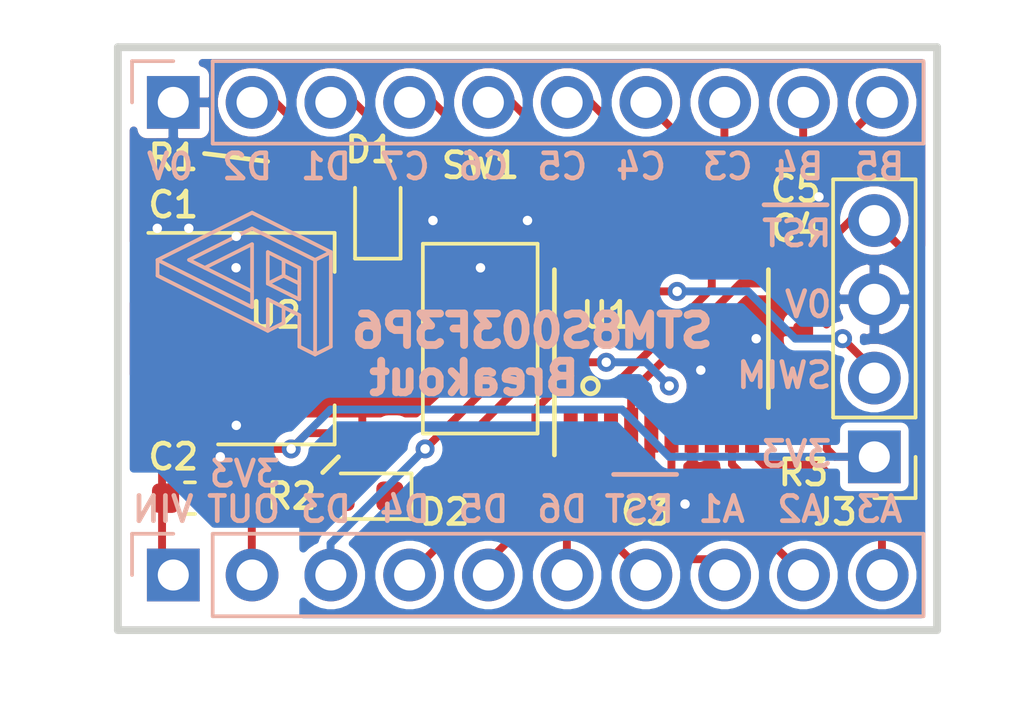
<source format=kicad_pcb>
(kicad_pcb (version 20171130) (host pcbnew "(5.1.5)-2")

  (general
    (thickness 1.6)
    (drawings 64)
    (tracks 197)
    (zones 0)
    (modules 16)
    (nets 24)
  )

  (page A4)
  (layers
    (0 F.Cu signal)
    (31 B.Cu signal)
    (32 B.Adhes user hide)
    (33 F.Adhes user hide)
    (34 B.Paste user)
    (35 F.Paste user)
    (36 B.SilkS user)
    (37 F.SilkS user)
    (38 B.Mask user)
    (39 F.Mask user)
    (40 Dwgs.User user)
    (41 Cmts.User user)
    (42 Eco1.User user)
    (43 Eco2.User user)
    (44 Edge.Cuts user)
    (45 Margin user hide)
    (46 B.CrtYd user)
    (47 F.CrtYd user)
    (48 B.Fab user)
    (49 F.Fab user)
  )

  (setup
    (last_trace_width 0.25)
    (user_trace_width 0.1524)
    (trace_clearance 0.2)
    (zone_clearance 0.254)
    (zone_45_only no)
    (trace_min 0.1524)
    (via_size 0.8)
    (via_drill 0.4)
    (via_min_size 0.449834)
    (via_min_drill 0.3)
    (uvia_size 0.3)
    (uvia_drill 0.1)
    (uvias_allowed no)
    (uvia_min_size 0.2)
    (uvia_min_drill 0.1)
    (edge_width 0.05)
    (segment_width 0.2)
    (pcb_text_width 0.3)
    (pcb_text_size 1.5 1.5)
    (mod_edge_width 0.12)
    (mod_text_size 1 1)
    (mod_text_width 0.15)
    (pad_size 1.524 1.524)
    (pad_drill 0.762)
    (pad_to_mask_clearance 0.051)
    (solder_mask_min_width 0.25)
    (aux_axis_origin 0 0)
    (visible_elements 7FFFFEFF)
    (pcbplotparams
      (layerselection 0x010fc_ffffffff)
      (usegerberextensions false)
      (usegerberattributes false)
      (usegerberadvancedattributes false)
      (creategerberjobfile false)
      (excludeedgelayer true)
      (linewidth 0.100000)
      (plotframeref false)
      (viasonmask false)
      (mode 1)
      (useauxorigin false)
      (hpglpennumber 1)
      (hpglpenspeed 20)
      (hpglpendiameter 15.000000)
      (psnegative false)
      (psa4output false)
      (plotreference true)
      (plotvalue true)
      (plotinvisibletext false)
      (padsonsilk false)
      (subtractmaskfromsilk false)
      (outputformat 1)
      (mirror false)
      (drillshape 0)
      (scaleselection 1)
      (outputdirectory "gerber/"))
  )

  (net 0 "")
  (net 1 GND)
  (net 2 PD3)
  (net 3 PA2)
  (net 4 PA1)
  (net 5 PB5)
  (net 6 PA3)
  (net 7 PD4)
  (net 8 PC4)
  (net 9 PC3)
  (net 10 PC5)
  (net 11 PC6)
  (net 12 VCAP)
  (net 13 PD2)
  (net 14 PC7)
  (net 15 PB4)
  (net 16 +3V3)
  (net 17 +5V)
  (net 18 ~RST)
  (net 19 "Net-(D1-Pad2)")
  (net 20 "Net-(D2-Pad2)")
  (net 21 PD6\RX)
  (net 22 PD5\TX)
  (net 23 PD1\SWIM)

  (net_class Default "This is the default net class."
    (clearance 0.2)
    (trace_width 0.25)
    (via_dia 0.8)
    (via_drill 0.4)
    (uvia_dia 0.3)
    (uvia_drill 0.1)
    (add_net +3V3)
    (add_net +5V)
    (add_net GND)
    (add_net "Net-(D1-Pad2)")
    (add_net "Net-(D2-Pad2)")
    (add_net PA1)
    (add_net PA2)
    (add_net PA3)
    (add_net PB4)
    (add_net PB5)
    (add_net PC3)
    (add_net PC4)
    (add_net PC5)
    (add_net PC6)
    (add_net PC7)
    (add_net PD1\SWIM)
    (add_net PD2)
    (add_net PD3)
    (add_net PD4)
    (add_net PD5\TX)
    (add_net PD6\RX)
    (add_net VCAP)
    (add_net ~RST)
  )

  (module Button_Switch_SMD:SW_SPST_CK_RS282G05A3 (layer F.Cu) (tedit 5A7A67D2) (tstamp 5F3E1027)
    (at 146.2956 99.8201 90)
    (descr https://www.mouser.com/ds/2/60/RS-282G05A-SM_RT-1159762.pdf)
    (tags "SPST button tactile switch")
    (path /5F400187)
    (attr smd)
    (fp_text reference SW1 (at 5.5861 0.0084 180) (layer F.SilkS)
      (effects (font (size 0.8128 0.8128) (thickness 0.15)))
    )
    (fp_text value SW_Push (at -5.0819 2.2944 180) (layer F.Fab)
      (effects (font (size 1 1) (thickness 0.15)))
    )
    (fp_line (start 3 -1.8) (end 3 1.8) (layer F.Fab) (width 0.1))
    (fp_line (start -3 -1.8) (end -3 1.8) (layer F.Fab) (width 0.1))
    (fp_line (start -3 -1.8) (end 3 -1.8) (layer F.Fab) (width 0.1))
    (fp_line (start -3 1.8) (end 3 1.8) (layer F.Fab) (width 0.1))
    (fp_line (start -1.5 -0.8) (end -1.5 0.8) (layer F.Fab) (width 0.1))
    (fp_line (start 1.5 -0.8) (end 1.5 0.8) (layer F.Fab) (width 0.1))
    (fp_line (start -1.5 -0.8) (end 1.5 -0.8) (layer F.Fab) (width 0.1))
    (fp_line (start -1.5 0.8) (end 1.5 0.8) (layer F.Fab) (width 0.1))
    (fp_line (start -3.06 1.85) (end -3.06 -1.85) (layer F.SilkS) (width 0.12))
    (fp_line (start 3.06 1.85) (end -3.06 1.85) (layer F.SilkS) (width 0.12))
    (fp_line (start 3.06 -1.85) (end 3.06 1.85) (layer F.SilkS) (width 0.12))
    (fp_line (start -3.06 -1.85) (end 3.06 -1.85) (layer F.SilkS) (width 0.12))
    (fp_line (start -1.75 1) (end -1.75 -1) (layer F.Fab) (width 0.1))
    (fp_line (start 1.75 1) (end -1.75 1) (layer F.Fab) (width 0.1))
    (fp_line (start 1.75 -1) (end 1.75 1) (layer F.Fab) (width 0.1))
    (fp_line (start -1.75 -1) (end 1.75 -1) (layer F.Fab) (width 0.1))
    (fp_text user %R (at -3.8119 0.5164 180) (layer F.Fab)
      (effects (font (size 1 1) (thickness 0.15)))
    )
    (fp_line (start -4.9 -2.05) (end 4.9 -2.05) (layer F.CrtYd) (width 0.05))
    (fp_line (start 4.9 -2.05) (end 4.9 2.05) (layer F.CrtYd) (width 0.05))
    (fp_line (start 4.9 2.05) (end -4.9 2.05) (layer F.CrtYd) (width 0.05))
    (fp_line (start -4.9 2.05) (end -4.9 -2.05) (layer F.CrtYd) (width 0.05))
    (pad 2 smd rect (at 3.9 0 90) (size 1.5 1.5) (layers F.Cu F.Paste F.Mask)
      (net 1 GND))
    (pad 1 smd rect (at -3.9 0 90) (size 1.5 1.5) (layers F.Cu F.Paste F.Mask)
      (net 18 ~RST))
    (model ${KISYS3DMOD}/Button_Switch_SMD.3dshapes/SW_SPST_CK_RS282G05A3.wrl
      (at (xyz 0 0 0))
      (scale (xyz 1 1 1))
      (rotate (xyz 0 0 0))
    )
  )

  (module Capacitor_SMD:C_0402_1005Metric (layer F.Cu) (tedit 5B301BBE) (tstamp 5F3E24A8)
    (at 138.1676 94.9941 180)
    (descr "Capacitor SMD 0402 (1005 Metric), square (rectangular) end terminal, IPC_7351 nominal, (Body size source: http://www.tortai-tech.com/upload/download/2011102023233369053.pdf), generated with kicad-footprint-generator")
    (tags capacitor)
    (path /5F3DC970)
    (attr smd)
    (fp_text reference C1 (at 1.7696 -0.5099) (layer F.SilkS)
      (effects (font (size 0.8128 0.8128) (thickness 0.15)))
    )
    (fp_text value 100n (at -0.0084 2.5381 90) (layer F.Fab)
      (effects (font (size 1 1) (thickness 0.15)))
    )
    (fp_text user %R (at 0 0) (layer F.Fab)
      (effects (font (size 0.25 0.25) (thickness 0.04)))
    )
    (fp_line (start 0.93 0.47) (end -0.93 0.47) (layer F.CrtYd) (width 0.05))
    (fp_line (start 0.93 -0.47) (end 0.93 0.47) (layer F.CrtYd) (width 0.05))
    (fp_line (start -0.93 -0.47) (end 0.93 -0.47) (layer F.CrtYd) (width 0.05))
    (fp_line (start -0.93 0.47) (end -0.93 -0.47) (layer F.CrtYd) (width 0.05))
    (fp_line (start 0.5 0.25) (end -0.5 0.25) (layer F.Fab) (width 0.1))
    (fp_line (start 0.5 -0.25) (end 0.5 0.25) (layer F.Fab) (width 0.1))
    (fp_line (start -0.5 -0.25) (end 0.5 -0.25) (layer F.Fab) (width 0.1))
    (fp_line (start -0.5 0.25) (end -0.5 -0.25) (layer F.Fab) (width 0.1))
    (pad 2 smd roundrect (at 0.485 0 180) (size 0.59 0.64) (layers F.Cu F.Paste F.Mask) (roundrect_rratio 0.25)
      (net 1 GND))
    (pad 1 smd roundrect (at -0.485 0 180) (size 0.59 0.64) (layers F.Cu F.Paste F.Mask) (roundrect_rratio 0.25)
      (net 16 +3V3))
    (model ${KISYS3DMOD}/Capacitor_SMD.3dshapes/C_0402_1005Metric.wrl
      (at (xyz 0 0 0))
      (scale (xyz 1 1 1))
      (rotate (xyz 0 0 0))
    )
  )

  (module Capacitor_SMD:C_0603_1608Metric (layer F.Cu) (tedit 5B301BBE) (tstamp 5F3DC7BE)
    (at 136.9356 104.9641)
    (descr "Capacitor SMD 0603 (1608 Metric), square (rectangular) end terminal, IPC_7351 nominal, (Body size source: http://www.tortai-tech.com/upload/download/2011102023233369053.pdf), generated with kicad-footprint-generator")
    (tags capacitor)
    (path /5F3DA85B)
    (attr smd)
    (fp_text reference C2 (at -0.5376 -1.3321) (layer F.SilkS)
      (effects (font (size 0.8128 0.8128) (thickness 0.15)))
    )
    (fp_text value 100n (at 0 1.43) (layer F.Fab)
      (effects (font (size 1 1) (thickness 0.15)))
    )
    (fp_line (start -0.8 0.4) (end -0.8 -0.4) (layer F.Fab) (width 0.1))
    (fp_line (start -0.8 -0.4) (end 0.8 -0.4) (layer F.Fab) (width 0.1))
    (fp_line (start 0.8 -0.4) (end 0.8 0.4) (layer F.Fab) (width 0.1))
    (fp_line (start 0.8 0.4) (end -0.8 0.4) (layer F.Fab) (width 0.1))
    (fp_line (start -0.162779 -0.51) (end 0.162779 -0.51) (layer F.SilkS) (width 0.12))
    (fp_line (start -0.162779 0.51) (end 0.162779 0.51) (layer F.SilkS) (width 0.12))
    (fp_line (start -1.48 0.73) (end -1.48 -0.73) (layer F.CrtYd) (width 0.05))
    (fp_line (start -1.48 -0.73) (end 1.48 -0.73) (layer F.CrtYd) (width 0.05))
    (fp_line (start 1.48 -0.73) (end 1.48 0.73) (layer F.CrtYd) (width 0.05))
    (fp_line (start 1.48 0.73) (end -1.48 0.73) (layer F.CrtYd) (width 0.05))
    (fp_text user %R (at 0 0) (layer F.Fab)
      (effects (font (size 0.4 0.4) (thickness 0.06)))
    )
    (pad 1 smd roundrect (at -0.7875 0) (size 0.875 0.95) (layers F.Cu F.Paste F.Mask) (roundrect_rratio 0.25)
      (net 17 +5V))
    (pad 2 smd roundrect (at 0.7875 0) (size 0.875 0.95) (layers F.Cu F.Paste F.Mask) (roundrect_rratio 0.25)
      (net 1 GND))
    (model ${KISYS3DMOD}/Capacitor_SMD.3dshapes/C_0603_1608Metric.wrl
      (at (xyz 0 0 0))
      (scale (xyz 1 1 1))
      (rotate (xyz 0 0 0))
    )
  )

  (module Capacitor_SMD:C_0402_1005Metric (layer F.Cu) (tedit 5B301BBE) (tstamp 5F3E14BD)
    (at 156.7096 100.0741 90)
    (descr "Capacitor SMD 0402 (1005 Metric), square (rectangular) end terminal, IPC_7351 nominal, (Body size source: http://www.tortai-tech.com/upload/download/2011102023233369053.pdf), generated with kicad-footprint-generator")
    (tags capacitor)
    (path /5F3DBD39)
    (attr smd)
    (fp_text reference C4 (at 3.8081 -0.2456 180) (layer F.SilkS)
      (effects (font (size 0.8128 0.8128) (thickness 0.15)))
    )
    (fp_text value 1u (at 0 -2.2776 180) (layer F.Fab)
      (effects (font (size 1 1) (thickness 0.15)))
    )
    (fp_line (start -0.5 0.25) (end -0.5 -0.25) (layer F.Fab) (width 0.1))
    (fp_line (start -0.5 -0.25) (end 0.5 -0.25) (layer F.Fab) (width 0.1))
    (fp_line (start 0.5 -0.25) (end 0.5 0.25) (layer F.Fab) (width 0.1))
    (fp_line (start 0.5 0.25) (end -0.5 0.25) (layer F.Fab) (width 0.1))
    (fp_line (start -0.93 0.47) (end -0.93 -0.47) (layer F.CrtYd) (width 0.05))
    (fp_line (start -0.93 -0.47) (end 0.93 -0.47) (layer F.CrtYd) (width 0.05))
    (fp_line (start 0.93 -0.47) (end 0.93 0.47) (layer F.CrtYd) (width 0.05))
    (fp_line (start 0.93 0.47) (end -0.93 0.47) (layer F.CrtYd) (width 0.05))
    (fp_text user %R (at 0 0 90) (layer F.Fab)
      (effects (font (size 0.25 0.25) (thickness 0.04)))
    )
    (pad 1 smd roundrect (at -0.485 0 90) (size 0.59 0.64) (layers F.Cu F.Paste F.Mask) (roundrect_rratio 0.25)
      (net 12 VCAP))
    (pad 2 smd roundrect (at 0.485 0 90) (size 0.59 0.64) (layers F.Cu F.Paste F.Mask) (roundrect_rratio 0.25)
      (net 1 GND))
    (model ${KISYS3DMOD}/Capacitor_SMD.3dshapes/C_0402_1005Metric.wrl
      (at (xyz 0 0 0))
      (scale (xyz 1 1 1))
      (rotate (xyz 0 0 0))
    )
  )

  (module Capacitor_SMD:C_0402_1005Metric (layer F.Cu) (tedit 5B301BBE) (tstamp 5F3DC7DC)
    (at 154.2966 105.1541 180)
    (descr "Capacitor SMD 0402 (1005 Metric), square (rectangular) end terminal, IPC_7351 nominal, (Body size source: http://www.tortai-tech.com/upload/download/2011102023233369053.pdf), generated with kicad-footprint-generator")
    (tags capacitor)
    (path /5F3EF9DE)
    (attr smd)
    (fp_text reference C3 (at 2.6586 -0.2559) (layer F.SilkS)
      (effects (font (size 0.8128 0.8128) (thickness 0.15)))
    )
    (fp_text value 100n (at 0 -1.0179) (layer F.Fab)
      (effects (font (size 1 1) (thickness 0.15)))
    )
    (fp_line (start -0.5 0.25) (end -0.5 -0.25) (layer F.Fab) (width 0.1))
    (fp_line (start -0.5 -0.25) (end 0.5 -0.25) (layer F.Fab) (width 0.1))
    (fp_line (start 0.5 -0.25) (end 0.5 0.25) (layer F.Fab) (width 0.1))
    (fp_line (start 0.5 0.25) (end -0.5 0.25) (layer F.Fab) (width 0.1))
    (fp_line (start -0.93 0.47) (end -0.93 -0.47) (layer F.CrtYd) (width 0.05))
    (fp_line (start -0.93 -0.47) (end 0.93 -0.47) (layer F.CrtYd) (width 0.05))
    (fp_line (start 0.93 -0.47) (end 0.93 0.47) (layer F.CrtYd) (width 0.05))
    (fp_line (start 0.93 0.47) (end -0.93 0.47) (layer F.CrtYd) (width 0.05))
    (fp_text user %R (at 0 0) (layer F.Fab)
      (effects (font (size 0.25 0.25) (thickness 0.04)))
    )
    (pad 1 smd roundrect (at -0.485 0 180) (size 0.59 0.64) (layers F.Cu F.Paste F.Mask) (roundrect_rratio 0.25)
      (net 16 +3V3))
    (pad 2 smd roundrect (at 0.485 0 180) (size 0.59 0.64) (layers F.Cu F.Paste F.Mask) (roundrect_rratio 0.25)
      (net 1 GND))
    (model ${KISYS3DMOD}/Capacitor_SMD.3dshapes/C_0402_1005Metric.wrl
      (at (xyz 0 0 0))
      (scale (xyz 1 1 1))
      (rotate (xyz 0 0 0))
    )
  )

  (module Capacitor_SMD:C_0402_1005Metric (layer F.Cu) (tedit 5B301BBE) (tstamp 5F3E13FB)
    (at 156.7096 97.7881 270)
    (descr "Capacitor SMD 0402 (1005 Metric), square (rectangular) end terminal, IPC_7351 nominal, (Body size source: http://www.tortai-tech.com/upload/download/2011102023233369053.pdf), generated with kicad-footprint-generator")
    (tags capacitor)
    (path /5F4061A4)
    (attr smd)
    (fp_text reference C5 (at -2.7921 0.2456 180) (layer F.SilkS)
      (effects (font (size 0.8128 0.8128) (thickness 0.15)))
    )
    (fp_text value 100n (at -1.0141 2.0236 180) (layer F.Fab)
      (effects (font (size 1 1) (thickness 0.15)))
    )
    (fp_text user %R (at 0 0 90) (layer F.Fab)
      (effects (font (size 0.25 0.25) (thickness 0.04)))
    )
    (fp_line (start 0.93 0.47) (end -0.93 0.47) (layer F.CrtYd) (width 0.05))
    (fp_line (start 0.93 -0.47) (end 0.93 0.47) (layer F.CrtYd) (width 0.05))
    (fp_line (start -0.93 -0.47) (end 0.93 -0.47) (layer F.CrtYd) (width 0.05))
    (fp_line (start -0.93 0.47) (end -0.93 -0.47) (layer F.CrtYd) (width 0.05))
    (fp_line (start 0.5 0.25) (end -0.5 0.25) (layer F.Fab) (width 0.1))
    (fp_line (start 0.5 -0.25) (end 0.5 0.25) (layer F.Fab) (width 0.1))
    (fp_line (start -0.5 -0.25) (end 0.5 -0.25) (layer F.Fab) (width 0.1))
    (fp_line (start -0.5 0.25) (end -0.5 -0.25) (layer F.Fab) (width 0.1))
    (pad 2 smd roundrect (at 0.485 0 270) (size 0.59 0.64) (layers F.Cu F.Paste F.Mask) (roundrect_rratio 0.25)
      (net 1 GND))
    (pad 1 smd roundrect (at -0.485 0 270) (size 0.59 0.64) (layers F.Cu F.Paste F.Mask) (roundrect_rratio 0.25)
      (net 18 ~RST))
    (model ${KISYS3DMOD}/Capacitor_SMD.3dshapes/C_0402_1005Metric.wrl
      (at (xyz 0 0 0))
      (scale (xyz 1 1 1))
      (rotate (xyz 0 0 0))
    )
  )

  (module LED_SMD:LED_0603_1608Metric (layer F.Cu) (tedit 5B301BBE) (tstamp 5F3DC7FE)
    (at 142.9936 95.7561 90)
    (descr "LED SMD 0603 (1608 Metric), square (rectangular) end terminal, IPC_7351 nominal, (Body size source: http://www.tortai-tech.com/upload/download/2011102023233369053.pdf), generated with kicad-footprint-generator")
    (tags diode)
    (path /5F3F8F3B)
    (attr smd)
    (fp_text reference D1 (at 2.0301 -0.2456 180) (layer F.SilkS)
      (effects (font (size 0.8128 0.8128) (thickness 0.15)))
    )
    (fp_text value LED (at 1.5221 0.7704 180) (layer F.Fab)
      (effects (font (size 1 1) (thickness 0.15)))
    )
    (fp_line (start 0.8 -0.4) (end -0.5 -0.4) (layer F.Fab) (width 0.1))
    (fp_line (start -0.5 -0.4) (end -0.8 -0.1) (layer F.Fab) (width 0.1))
    (fp_line (start -0.8 -0.1) (end -0.8 0.4) (layer F.Fab) (width 0.1))
    (fp_line (start -0.8 0.4) (end 0.8 0.4) (layer F.Fab) (width 0.1))
    (fp_line (start 0.8 0.4) (end 0.8 -0.4) (layer F.Fab) (width 0.1))
    (fp_line (start 0.8 -0.735) (end -1.485 -0.735) (layer F.SilkS) (width 0.12))
    (fp_line (start -1.485 -0.735) (end -1.485 0.735) (layer F.SilkS) (width 0.12))
    (fp_line (start -1.485 0.735) (end 0.8 0.735) (layer F.SilkS) (width 0.12))
    (fp_line (start -1.48 0.73) (end -1.48 -0.73) (layer F.CrtYd) (width 0.05))
    (fp_line (start -1.48 -0.73) (end 1.48 -0.73) (layer F.CrtYd) (width 0.05))
    (fp_line (start 1.48 -0.73) (end 1.48 0.73) (layer F.CrtYd) (width 0.05))
    (fp_line (start 1.48 0.73) (end -1.48 0.73) (layer F.CrtYd) (width 0.05))
    (fp_text user %R (at 0 0 90) (layer F.Fab)
      (effects (font (size 0.4 0.4) (thickness 0.06)))
    )
    (pad 1 smd roundrect (at -0.7875 0 90) (size 0.875 0.95) (layers F.Cu F.Paste F.Mask) (roundrect_rratio 0.25)
      (net 1 GND))
    (pad 2 smd roundrect (at 0.7875 0 90) (size 0.875 0.95) (layers F.Cu F.Paste F.Mask) (roundrect_rratio 0.25)
      (net 19 "Net-(D1-Pad2)"))
    (model ${KISYS3DMOD}/LED_SMD.3dshapes/LED_0603_1608Metric.wrl
      (at (xyz 0 0 0))
      (scale (xyz 1 1 1))
      (rotate (xyz 0 0 0))
    )
  )

  (module LED_SMD:LED_0603_1608Metric (layer F.Cu) (tedit 5B301BBE) (tstamp 5F3DC811)
    (at 142.5955 104.902 180)
    (descr "LED SMD 0603 (1608 Metric), square (rectangular) end terminal, IPC_7351 nominal, (Body size source: http://www.tortai-tech.com/upload/download/2011102023233369053.pdf), generated with kicad-footprint-generator")
    (tags diode)
    (path /5F3F9C0B)
    (attr smd)
    (fp_text reference D2 (at -2.5484 -0.5099) (layer F.SilkS)
      (effects (font (size 0.8128 0.8128) (thickness 0.15)))
    )
    (fp_text value LED (at 0.1015 -1.27) (layer F.Fab)
      (effects (font (size 1 1) (thickness 0.15)))
    )
    (fp_text user %R (at 0 0) (layer F.Fab)
      (effects (font (size 0.4 0.4) (thickness 0.06)))
    )
    (fp_line (start 1.48 0.73) (end -1.48 0.73) (layer F.CrtYd) (width 0.05))
    (fp_line (start 1.48 -0.73) (end 1.48 0.73) (layer F.CrtYd) (width 0.05))
    (fp_line (start -1.48 -0.73) (end 1.48 -0.73) (layer F.CrtYd) (width 0.05))
    (fp_line (start -1.48 0.73) (end -1.48 -0.73) (layer F.CrtYd) (width 0.05))
    (fp_line (start -1.485 0.735) (end 0.8 0.735) (layer F.SilkS) (width 0.12))
    (fp_line (start -1.485 -0.735) (end -1.485 0.735) (layer F.SilkS) (width 0.12))
    (fp_line (start 0.8 -0.735) (end -1.485 -0.735) (layer F.SilkS) (width 0.12))
    (fp_line (start 0.8 0.4) (end 0.8 -0.4) (layer F.Fab) (width 0.1))
    (fp_line (start -0.8 0.4) (end 0.8 0.4) (layer F.Fab) (width 0.1))
    (fp_line (start -0.8 -0.1) (end -0.8 0.4) (layer F.Fab) (width 0.1))
    (fp_line (start -0.5 -0.4) (end -0.8 -0.1) (layer F.Fab) (width 0.1))
    (fp_line (start 0.8 -0.4) (end -0.5 -0.4) (layer F.Fab) (width 0.1))
    (pad 2 smd roundrect (at 0.7875 0 180) (size 0.875 0.95) (layers F.Cu F.Paste F.Mask) (roundrect_rratio 0.25)
      (net 20 "Net-(D2-Pad2)"))
    (pad 1 smd roundrect (at -0.7875 0 180) (size 0.875 0.95) (layers F.Cu F.Paste F.Mask) (roundrect_rratio 0.25)
      (net 9 PC3))
    (model ${KISYS3DMOD}/LED_SMD.3dshapes/LED_0603_1608Metric.wrl
      (at (xyz 0 0 0))
      (scale (xyz 1 1 1))
      (rotate (xyz 0 0 0))
    )
  )

  (module Connector_PinHeader_2.54mm:PinHeader_1x10_P2.54mm_Vertical (layer B.Cu) (tedit 59FED5CC) (tstamp 5F3E199F)
    (at 136.398 107.442 270)
    (descr "Through hole straight pin header, 1x10, 2.54mm pitch, single row")
    (tags "Through hole pin header THT 1x10 2.54mm single row")
    (path /5F40C7D3)
    (fp_text reference J1 (at -1.778 -12.446) (layer B.SilkS) hide
      (effects (font (size 0.8128 0.8128) (thickness 0.1524)) (justify mirror))
    )
    (fp_text value Conn_01x10 (at -2.286 -19.812) (layer B.Fab)
      (effects (font (size 1 1) (thickness 0.15)) (justify mirror))
    )
    (fp_text user %R (at 0 -11.43) (layer B.Fab)
      (effects (font (size 1 1) (thickness 0.15)) (justify mirror))
    )
    (fp_line (start 1.8 1.8) (end -1.8 1.8) (layer B.CrtYd) (width 0.05))
    (fp_line (start 1.8 -24.65) (end 1.8 1.8) (layer B.CrtYd) (width 0.05))
    (fp_line (start -1.8 -24.65) (end 1.8 -24.65) (layer B.CrtYd) (width 0.05))
    (fp_line (start -1.8 1.8) (end -1.8 -24.65) (layer B.CrtYd) (width 0.05))
    (fp_line (start -1.33 1.33) (end 0 1.33) (layer B.SilkS) (width 0.12))
    (fp_line (start -1.33 0) (end -1.33 1.33) (layer B.SilkS) (width 0.12))
    (fp_line (start -1.33 -1.27) (end 1.33 -1.27) (layer B.SilkS) (width 0.12))
    (fp_line (start 1.33 -1.27) (end 1.33 -24.19) (layer B.SilkS) (width 0.12))
    (fp_line (start -1.33 -1.27) (end -1.33 -24.19) (layer B.SilkS) (width 0.12))
    (fp_line (start -1.33 -24.19) (end 1.33 -24.19) (layer B.SilkS) (width 0.12))
    (fp_line (start -1.27 0.635) (end -0.635 1.27) (layer B.Fab) (width 0.1))
    (fp_line (start -1.27 -24.13) (end -1.27 0.635) (layer B.Fab) (width 0.1))
    (fp_line (start 1.27 -24.13) (end -1.27 -24.13) (layer B.Fab) (width 0.1))
    (fp_line (start 1.27 1.27) (end 1.27 -24.13) (layer B.Fab) (width 0.1))
    (fp_line (start -0.635 1.27) (end 1.27 1.27) (layer B.Fab) (width 0.1))
    (pad 10 thru_hole oval (at 0 -22.86 270) (size 1.7 1.7) (drill 1) (layers *.Cu *.Mask)
      (net 6 PA3))
    (pad 9 thru_hole oval (at 0 -20.32 270) (size 1.7 1.7) (drill 1) (layers *.Cu *.Mask)
      (net 3 PA2))
    (pad 8 thru_hole oval (at 0 -17.78 270) (size 1.7 1.7) (drill 1) (layers *.Cu *.Mask)
      (net 4 PA1))
    (pad 7 thru_hole oval (at 0 -15.24 270) (size 1.7 1.7) (drill 1) (layers *.Cu *.Mask)
      (net 18 ~RST))
    (pad 6 thru_hole oval (at 0 -12.7 270) (size 1.7 1.7) (drill 1) (layers *.Cu *.Mask)
      (net 21 PD6\RX))
    (pad 5 thru_hole oval (at 0 -10.16 270) (size 1.7 1.7) (drill 1) (layers *.Cu *.Mask)
      (net 22 PD5\TX))
    (pad 4 thru_hole oval (at 0 -7.62 270) (size 1.7 1.7) (drill 1) (layers *.Cu *.Mask)
      (net 7 PD4))
    (pad 3 thru_hole oval (at 0 -5.08 270) (size 1.7 1.7) (drill 1) (layers *.Cu *.Mask)
      (net 2 PD3))
    (pad 2 thru_hole oval (at 0 -2.54 270) (size 1.7 1.7) (drill 1) (layers *.Cu *.Mask)
      (net 16 +3V3))
    (pad 1 thru_hole rect (at 0 0 270) (size 1.7 1.7) (drill 1) (layers *.Cu *.Mask)
      (net 17 +5V))
    (model ${KISYS3DMOD}/Connector_PinHeader_2.54mm.3dshapes/PinHeader_1x10_P2.54mm_Vertical.wrl
      (at (xyz 0 0 0))
      (scale (xyz 1 1 1))
      (rotate (xyz 0 0 0))
    )
  )

  (module Connector_PinHeader_2.54mm:PinHeader_1x10_P2.54mm_Vertical (layer B.Cu) (tedit 59FED5CC) (tstamp 5F3E18EF)
    (at 136.398 92.202 270)
    (descr "Through hole straight pin header, 1x10, 2.54mm pitch, single row")
    (tags "Through hole pin header THT 1x10 2.54mm single row")
    (path /5F40BBFE)
    (fp_text reference J2 (at 1.778 -16.51 180) (layer B.SilkS) hide
      (effects (font (size 0.8128 0.8128) (thickness 0.1524)) (justify mirror))
    )
    (fp_text value Conn_01x10 (at 2.032 -19.558) (layer B.Fab)
      (effects (font (size 1 1) (thickness 0.15)) (justify mirror))
    )
    (fp_line (start -0.635 1.27) (end 1.27 1.27) (layer B.Fab) (width 0.1))
    (fp_line (start 1.27 1.27) (end 1.27 -24.13) (layer B.Fab) (width 0.1))
    (fp_line (start 1.27 -24.13) (end -1.27 -24.13) (layer B.Fab) (width 0.1))
    (fp_line (start -1.27 -24.13) (end -1.27 0.635) (layer B.Fab) (width 0.1))
    (fp_line (start -1.27 0.635) (end -0.635 1.27) (layer B.Fab) (width 0.1))
    (fp_line (start -1.33 -24.19) (end 1.33 -24.19) (layer B.SilkS) (width 0.12))
    (fp_line (start -1.33 -1.27) (end -1.33 -24.19) (layer B.SilkS) (width 0.12))
    (fp_line (start 1.33 -1.27) (end 1.33 -24.19) (layer B.SilkS) (width 0.12))
    (fp_line (start -1.33 -1.27) (end 1.33 -1.27) (layer B.SilkS) (width 0.12))
    (fp_line (start -1.33 0) (end -1.33 1.33) (layer B.SilkS) (width 0.12))
    (fp_line (start -1.33 1.33) (end 0 1.33) (layer B.SilkS) (width 0.12))
    (fp_line (start -1.8 1.8) (end -1.8 -24.65) (layer B.CrtYd) (width 0.05))
    (fp_line (start -1.8 -24.65) (end 1.8 -24.65) (layer B.CrtYd) (width 0.05))
    (fp_line (start 1.8 -24.65) (end 1.8 1.8) (layer B.CrtYd) (width 0.05))
    (fp_line (start 1.8 1.8) (end -1.8 1.8) (layer B.CrtYd) (width 0.05))
    (fp_text user %R (at 0 -11.43) (layer B.Fab)
      (effects (font (size 1 1) (thickness 0.15)) (justify mirror))
    )
    (pad 1 thru_hole rect (at 0 0 270) (size 1.7 1.7) (drill 1) (layers *.Cu *.Mask)
      (net 1 GND))
    (pad 2 thru_hole oval (at 0 -2.54 270) (size 1.7 1.7) (drill 1) (layers *.Cu *.Mask)
      (net 13 PD2))
    (pad 3 thru_hole oval (at 0 -5.08 270) (size 1.7 1.7) (drill 1) (layers *.Cu *.Mask)
      (net 23 PD1\SWIM))
    (pad 4 thru_hole oval (at 0 -7.62 270) (size 1.7 1.7) (drill 1) (layers *.Cu *.Mask)
      (net 14 PC7))
    (pad 5 thru_hole oval (at 0 -10.16 270) (size 1.7 1.7) (drill 1) (layers *.Cu *.Mask)
      (net 11 PC6))
    (pad 6 thru_hole oval (at 0 -12.7 270) (size 1.7 1.7) (drill 1) (layers *.Cu *.Mask)
      (net 10 PC5))
    (pad 7 thru_hole oval (at 0 -15.24 270) (size 1.7 1.7) (drill 1) (layers *.Cu *.Mask)
      (net 8 PC4))
    (pad 8 thru_hole oval (at 0 -17.78 270) (size 1.7 1.7) (drill 1) (layers *.Cu *.Mask)
      (net 9 PC3))
    (pad 9 thru_hole oval (at 0 -20.32 270) (size 1.7 1.7) (drill 1) (layers *.Cu *.Mask)
      (net 15 PB4))
    (pad 10 thru_hole oval (at 0 -22.86 270) (size 1.7 1.7) (drill 1) (layers *.Cu *.Mask)
      (net 5 PB5))
    (model ${KISYS3DMOD}/Connector_PinHeader_2.54mm.3dshapes/PinHeader_1x10_P2.54mm_Vertical.wrl
      (at (xyz 0 0 0))
      (scale (xyz 1 1 1))
      (rotate (xyz 0 0 0))
    )
  )

  (module Connector_PinHeader_2.54mm:PinHeader_1x04_P2.54mm_Vertical (layer F.Cu) (tedit 59FED5CC) (tstamp 5F3DC865)
    (at 159.004 103.632 180)
    (descr "Through hole straight pin header, 1x04, 2.54mm pitch, single row")
    (tags "Through hole pin header THT 1x04 2.54mm single row")
    (path /5F40D8E2)
    (fp_text reference J3 (at 1.27 -1.778) (layer F.SilkS)
      (effects (font (size 0.8128 0.8128) (thickness 0.1524)))
    )
    (fp_text value Conn_01x04 (at 3.048 10.414) (layer F.Fab)
      (effects (font (size 1 1) (thickness 0.15)))
    )
    (fp_line (start -0.635 -1.27) (end 1.27 -1.27) (layer F.Fab) (width 0.1))
    (fp_line (start 1.27 -1.27) (end 1.27 8.89) (layer F.Fab) (width 0.1))
    (fp_line (start 1.27 8.89) (end -1.27 8.89) (layer F.Fab) (width 0.1))
    (fp_line (start -1.27 8.89) (end -1.27 -0.635) (layer F.Fab) (width 0.1))
    (fp_line (start -1.27 -0.635) (end -0.635 -1.27) (layer F.Fab) (width 0.1))
    (fp_line (start -1.33 8.95) (end 1.33 8.95) (layer F.SilkS) (width 0.12))
    (fp_line (start -1.33 1.27) (end -1.33 8.95) (layer F.SilkS) (width 0.12))
    (fp_line (start 1.33 1.27) (end 1.33 8.95) (layer F.SilkS) (width 0.12))
    (fp_line (start -1.33 1.27) (end 1.33 1.27) (layer F.SilkS) (width 0.12))
    (fp_line (start -1.33 0) (end -1.33 -1.33) (layer F.SilkS) (width 0.12))
    (fp_line (start -1.33 -1.33) (end 0 -1.33) (layer F.SilkS) (width 0.12))
    (fp_line (start -1.8 -1.8) (end -1.8 9.4) (layer F.CrtYd) (width 0.05))
    (fp_line (start -1.8 9.4) (end 1.8 9.4) (layer F.CrtYd) (width 0.05))
    (fp_line (start 1.8 9.4) (end 1.8 -1.8) (layer F.CrtYd) (width 0.05))
    (fp_line (start 1.8 -1.8) (end -1.8 -1.8) (layer F.CrtYd) (width 0.05))
    (fp_text user %R (at 0.254 7.874 180) (layer F.Fab)
      (effects (font (size 1 1) (thickness 0.15)))
    )
    (pad 1 thru_hole rect (at 0 0 180) (size 1.7 1.7) (drill 1) (layers *.Cu *.Mask)
      (net 16 +3V3))
    (pad 2 thru_hole oval (at 0 2.54 180) (size 1.7 1.7) (drill 1) (layers *.Cu *.Mask)
      (net 23 PD1\SWIM))
    (pad 3 thru_hole oval (at 0 5.08 180) (size 1.7 1.7) (drill 1) (layers *.Cu *.Mask)
      (net 1 GND))
    (pad 4 thru_hole oval (at 0 7.62 180) (size 1.7 1.7) (drill 1) (layers *.Cu *.Mask)
      (net 18 ~RST))
    (model ${KISYS3DMOD}/Connector_PinHeader_2.54mm.3dshapes/PinHeader_1x04_P2.54mm_Vertical.wrl
      (at (xyz 0 0 0))
      (scale (xyz 1 1 1))
      (rotate (xyz 0 0 0))
    )
  )

  (module Resistor_SMD:R_0402_1005Metric (layer F.Cu) (tedit 5B301BBD) (tstamp 5F3E1102)
    (at 140.4536 94.9941)
    (descr "Resistor SMD 0402 (1005 Metric), square (rectangular) end terminal, IPC_7351 nominal, (Body size source: http://www.tortai-tech.com/upload/download/2011102023233369053.pdf), generated with kicad-footprint-generator")
    (tags resistor)
    (path /5F3F78F3)
    (attr smd)
    (fp_text reference R1 (at -4.0556 -1.0141) (layer F.SilkS)
      (effects (font (size 0.8128 0.8128) (thickness 0.15)))
    )
    (fp_text value 1k (at 0 -1.2681) (layer F.Fab)
      (effects (font (size 1 1) (thickness 0.15)))
    )
    (fp_line (start -0.5 0.25) (end -0.5 -0.25) (layer F.Fab) (width 0.1))
    (fp_line (start -0.5 -0.25) (end 0.5 -0.25) (layer F.Fab) (width 0.1))
    (fp_line (start 0.5 -0.25) (end 0.5 0.25) (layer F.Fab) (width 0.1))
    (fp_line (start 0.5 0.25) (end -0.5 0.25) (layer F.Fab) (width 0.1))
    (fp_line (start -0.93 0.47) (end -0.93 -0.47) (layer F.CrtYd) (width 0.05))
    (fp_line (start -0.93 -0.47) (end 0.93 -0.47) (layer F.CrtYd) (width 0.05))
    (fp_line (start 0.93 -0.47) (end 0.93 0.47) (layer F.CrtYd) (width 0.05))
    (fp_line (start 0.93 0.47) (end -0.93 0.47) (layer F.CrtYd) (width 0.05))
    (fp_text user %R (at 0 0) (layer F.Fab)
      (effects (font (size 0.25 0.25) (thickness 0.04)))
    )
    (pad 1 smd roundrect (at -0.485 0) (size 0.59 0.64) (layers F.Cu F.Paste F.Mask) (roundrect_rratio 0.25)
      (net 16 +3V3))
    (pad 2 smd roundrect (at 0.485 0) (size 0.59 0.64) (layers F.Cu F.Paste F.Mask) (roundrect_rratio 0.25)
      (net 19 "Net-(D1-Pad2)"))
    (model ${KISYS3DMOD}/Resistor_SMD.3dshapes/R_0402_1005Metric.wrl
      (at (xyz 0 0 0))
      (scale (xyz 1 1 1))
      (rotate (xyz 0 0 0))
    )
  )

  (module Resistor_SMD:R_0402_1005Metric (layer F.Cu) (tedit 5B301BBD) (tstamp 5F3DC883)
    (at 142.9936 102.8681)
    (descr "Resistor SMD 0402 (1005 Metric), square (rectangular) end terminal, IPC_7351 nominal, (Body size source: http://www.tortai-tech.com/upload/download/2011102023233369053.pdf), generated with kicad-footprint-generator")
    (tags resistor)
    (path /5F3F81A4)
    (attr smd)
    (fp_text reference R2 (at -2.7856 2.0339) (layer F.SilkS)
      (effects (font (size 0.8128 0.8128) (thickness 0.15)))
    )
    (fp_text value 1k (at 0 -1.0141) (layer F.Fab)
      (effects (font (size 1 1) (thickness 0.15)))
    )
    (fp_text user %R (at 0 0) (layer F.Fab)
      (effects (font (size 0.25 0.25) (thickness 0.04)))
    )
    (fp_line (start 0.93 0.47) (end -0.93 0.47) (layer F.CrtYd) (width 0.05))
    (fp_line (start 0.93 -0.47) (end 0.93 0.47) (layer F.CrtYd) (width 0.05))
    (fp_line (start -0.93 -0.47) (end 0.93 -0.47) (layer F.CrtYd) (width 0.05))
    (fp_line (start -0.93 0.47) (end -0.93 -0.47) (layer F.CrtYd) (width 0.05))
    (fp_line (start 0.5 0.25) (end -0.5 0.25) (layer F.Fab) (width 0.1))
    (fp_line (start 0.5 -0.25) (end 0.5 0.25) (layer F.Fab) (width 0.1))
    (fp_line (start -0.5 -0.25) (end 0.5 -0.25) (layer F.Fab) (width 0.1))
    (fp_line (start -0.5 0.25) (end -0.5 -0.25) (layer F.Fab) (width 0.1))
    (pad 2 smd roundrect (at 0.485 0) (size 0.59 0.64) (layers F.Cu F.Paste F.Mask) (roundrect_rratio 0.25)
      (net 20 "Net-(D2-Pad2)"))
    (pad 1 smd roundrect (at -0.485 0) (size 0.59 0.64) (layers F.Cu F.Paste F.Mask) (roundrect_rratio 0.25)
      (net 16 +3V3))
    (model ${KISYS3DMOD}/Resistor_SMD.3dshapes/R_0402_1005Metric.wrl
      (at (xyz 0 0 0))
      (scale (xyz 1 1 1))
      (rotate (xyz 0 0 0))
    )
  )

  (module Resistor_SMD:R_0402_1005Metric (layer F.Cu) (tedit 5B301BBD) (tstamp 5F3DC892)
    (at 156.718 102.362 90)
    (descr "Resistor SMD 0402 (1005 Metric), square (rectangular) end terminal, IPC_7351 nominal, (Body size source: http://www.tortai-tech.com/upload/download/2011102023233369053.pdf), generated with kicad-footprint-generator")
    (tags resistor)
    (path /5F3FECF3)
    (attr smd)
    (fp_text reference R3 (at -1.778 0 180) (layer F.SilkS)
      (effects (font (size 0.8128 0.8128) (thickness 0.15)))
    )
    (fp_text value 10k (at -1.016 -1.778 180) (layer F.Fab)
      (effects (font (size 1 1) (thickness 0.15)))
    )
    (fp_line (start -0.5 0.25) (end -0.5 -0.25) (layer F.Fab) (width 0.1))
    (fp_line (start -0.5 -0.25) (end 0.5 -0.25) (layer F.Fab) (width 0.1))
    (fp_line (start 0.5 -0.25) (end 0.5 0.25) (layer F.Fab) (width 0.1))
    (fp_line (start 0.5 0.25) (end -0.5 0.25) (layer F.Fab) (width 0.1))
    (fp_line (start -0.93 0.47) (end -0.93 -0.47) (layer F.CrtYd) (width 0.05))
    (fp_line (start -0.93 -0.47) (end 0.93 -0.47) (layer F.CrtYd) (width 0.05))
    (fp_line (start 0.93 -0.47) (end 0.93 0.47) (layer F.CrtYd) (width 0.05))
    (fp_line (start 0.93 0.47) (end -0.93 0.47) (layer F.CrtYd) (width 0.05))
    (fp_text user %R (at 0 0 90) (layer F.Fab)
      (effects (font (size 0.25 0.25) (thickness 0.04)))
    )
    (pad 1 smd roundrect (at -0.485 0 90) (size 0.59 0.64) (layers F.Cu F.Paste F.Mask) (roundrect_rratio 0.25)
      (net 16 +3V3))
    (pad 2 smd roundrect (at 0.485 0 90) (size 0.59 0.64) (layers F.Cu F.Paste F.Mask) (roundrect_rratio 0.25)
      (net 18 ~RST))
    (model ${KISYS3DMOD}/Resistor_SMD.3dshapes/R_0402_1005Metric.wrl
      (at (xyz 0 0 0))
      (scale (xyz 1 1 1))
      (rotate (xyz 0 0 0))
    )
  )

  (module Package_SO:TSSOP-20_4.4x6.5mm_P0.65mm (layer F.Cu) (tedit 5A02F25C) (tstamp 5F3DC8CC)
    (at 152.1376 99.8201 90)
    (descr "20-Lead Plastic Thin Shrink Small Outline (ST)-4.4 mm Body [TSSOP] (see Microchip Packaging Specification 00000049BS.pdf)")
    (tags "SSOP 0.65")
    (path /5F3E78C5)
    (attr smd)
    (fp_text reference U1 (at 0.7601 -1.7696 180) (layer F.SilkS)
      (effects (font (size 0.8128 0.8128) (thickness 0.15)))
    )
    (fp_text value STM8S003F3P (at 4.5701 -0.7536 180) (layer F.Fab)
      (effects (font (size 1 1) (thickness 0.15)))
    )
    (fp_line (start -1.2 -3.25) (end 2.2 -3.25) (layer F.Fab) (width 0.15))
    (fp_line (start 2.2 -3.25) (end 2.2 3.25) (layer F.Fab) (width 0.15))
    (fp_line (start 2.2 3.25) (end -2.2 3.25) (layer F.Fab) (width 0.15))
    (fp_line (start -2.2 3.25) (end -2.2 -2.25) (layer F.Fab) (width 0.15))
    (fp_line (start -2.2 -2.25) (end -1.2 -3.25) (layer F.Fab) (width 0.15))
    (fp_line (start -3.95 -3.55) (end -3.95 3.55) (layer F.CrtYd) (width 0.05))
    (fp_line (start 3.95 -3.55) (end 3.95 3.55) (layer F.CrtYd) (width 0.05))
    (fp_line (start -3.95 -3.55) (end 3.95 -3.55) (layer F.CrtYd) (width 0.05))
    (fp_line (start -3.95 3.55) (end 3.95 3.55) (layer F.CrtYd) (width 0.05))
    (fp_line (start -2.225 3.45) (end 2.225 3.45) (layer F.SilkS) (width 0.15))
    (fp_line (start -3.75 -3.45) (end 2.225 -3.45) (layer F.SilkS) (width 0.15))
    (fp_text user %R (at 1.2681 -2.0236 180) (layer F.Fab)
      (effects (font (size 0.8 0.8) (thickness 0.15)))
    )
    (pad 1 smd rect (at -2.95 -2.925 90) (size 1.45 0.45) (layers F.Cu F.Paste F.Mask)
      (net 7 PD4))
    (pad 2 smd rect (at -2.95 -2.275 90) (size 1.45 0.45) (layers F.Cu F.Paste F.Mask)
      (net 22 PD5\TX))
    (pad 3 smd rect (at -2.95 -1.625 90) (size 1.45 0.45) (layers F.Cu F.Paste F.Mask)
      (net 21 PD6\RX))
    (pad 4 smd rect (at -2.95 -0.975 90) (size 1.45 0.45) (layers F.Cu F.Paste F.Mask)
      (net 18 ~RST))
    (pad 5 smd rect (at -2.95 -0.325 90) (size 1.45 0.45) (layers F.Cu F.Paste F.Mask)
      (net 4 PA1))
    (pad 6 smd rect (at -2.95 0.325 90) (size 1.45 0.45) (layers F.Cu F.Paste F.Mask)
      (net 3 PA2))
    (pad 7 smd rect (at -2.95 0.975 90) (size 1.45 0.45) (layers F.Cu F.Paste F.Mask)
      (net 1 GND))
    (pad 8 smd rect (at -2.95 1.625 90) (size 1.45 0.45) (layers F.Cu F.Paste F.Mask)
      (net 12 VCAP))
    (pad 9 smd rect (at -2.95 2.275 90) (size 1.45 0.45) (layers F.Cu F.Paste F.Mask)
      (net 16 +3V3))
    (pad 10 smd rect (at -2.95 2.925 90) (size 1.45 0.45) (layers F.Cu F.Paste F.Mask)
      (net 6 PA3))
    (pad 11 smd rect (at 2.95 2.925 90) (size 1.45 0.45) (layers F.Cu F.Paste F.Mask)
      (net 5 PB5))
    (pad 12 smd rect (at 2.95 2.275 90) (size 1.45 0.45) (layers F.Cu F.Paste F.Mask)
      (net 15 PB4))
    (pad 13 smd rect (at 2.95 1.625 90) (size 1.45 0.45) (layers F.Cu F.Paste F.Mask)
      (net 9 PC3))
    (pad 14 smd rect (at 2.95 0.975 90) (size 1.45 0.45) (layers F.Cu F.Paste F.Mask)
      (net 8 PC4))
    (pad 15 smd rect (at 2.95 0.325 90) (size 1.45 0.45) (layers F.Cu F.Paste F.Mask)
      (net 10 PC5))
    (pad 16 smd rect (at 2.95 -0.325 90) (size 1.45 0.45) (layers F.Cu F.Paste F.Mask)
      (net 11 PC6))
    (pad 17 smd rect (at 2.95 -0.975 90) (size 1.45 0.45) (layers F.Cu F.Paste F.Mask)
      (net 14 PC7))
    (pad 18 smd rect (at 2.95 -1.625 90) (size 1.45 0.45) (layers F.Cu F.Paste F.Mask)
      (net 23 PD1\SWIM))
    (pad 19 smd rect (at 2.95 -2.275 90) (size 1.45 0.45) (layers F.Cu F.Paste F.Mask)
      (net 13 PD2))
    (pad 20 smd rect (at 2.95 -2.925 90) (size 1.45 0.45) (layers F.Cu F.Paste F.Mask)
      (net 2 PD3))
    (model ${KISYS3DMOD}/Package_SO.3dshapes/TSSOP-20_4.4x6.5mm_P0.65mm.wrl
      (at (xyz 0 0 0))
      (scale (xyz 1 1 1))
      (rotate (xyz 0 0 0))
    )
  )

  (module Package_TO_SOT_SMD:SOT-223-3_TabPin2 (layer F.Cu) (tedit 5A02FF57) (tstamp 5F3E116D)
    (at 139.6916 99.8201)
    (descr "module CMS SOT223 4 pins")
    (tags "CMS SOT")
    (path /5F3D9A76)
    (attr smd)
    (fp_text reference U2 (at 0 -0.7601) (layer F.SilkS)
      (effects (font (size 0.8128 0.8128) (thickness 0.15)))
    )
    (fp_text value AMS1117-3.3 (at -2.7856 -0.7601 90) (layer F.Fab)
      (effects (font (size 1 1) (thickness 0.15)))
    )
    (fp_text user %R (at -0.2456 -2.5381 180) (layer F.Fab)
      (effects (font (size 0.8 0.8) (thickness 0.12)))
    )
    (fp_line (start 1.91 3.41) (end 1.91 2.15) (layer F.SilkS) (width 0.12))
    (fp_line (start 1.91 -3.41) (end 1.91 -2.15) (layer F.SilkS) (width 0.12))
    (fp_line (start 4.4 -3.6) (end -4.4 -3.6) (layer F.CrtYd) (width 0.05))
    (fp_line (start 4.4 3.6) (end 4.4 -3.6) (layer F.CrtYd) (width 0.05))
    (fp_line (start -4.4 3.6) (end 4.4 3.6) (layer F.CrtYd) (width 0.05))
    (fp_line (start -4.4 -3.6) (end -4.4 3.6) (layer F.CrtYd) (width 0.05))
    (fp_line (start -1.85 -2.35) (end -0.85 -3.35) (layer F.Fab) (width 0.1))
    (fp_line (start -1.85 -2.35) (end -1.85 3.35) (layer F.Fab) (width 0.1))
    (fp_line (start -1.85 3.41) (end 1.91 3.41) (layer F.SilkS) (width 0.12))
    (fp_line (start -0.85 -3.35) (end 1.85 -3.35) (layer F.Fab) (width 0.1))
    (fp_line (start -4.1 -3.41) (end 1.91 -3.41) (layer F.SilkS) (width 0.12))
    (fp_line (start -1.85 3.35) (end 1.85 3.35) (layer F.Fab) (width 0.1))
    (fp_line (start 1.85 -3.35) (end 1.85 3.35) (layer F.Fab) (width 0.1))
    (pad 2 smd rect (at 3.15 0) (size 2 3.8) (layers F.Cu F.Paste F.Mask)
      (net 16 +3V3))
    (pad 2 smd rect (at -3.15 0) (size 2 1.5) (layers F.Cu F.Paste F.Mask)
      (net 16 +3V3))
    (pad 3 smd rect (at -3.15 2.3) (size 2 1.5) (layers F.Cu F.Paste F.Mask)
      (net 17 +5V))
    (pad 1 smd rect (at -3.15 -2.3) (size 2 1.5) (layers F.Cu F.Paste F.Mask)
      (net 1 GND))
    (model ${KISYS3DMOD}/Package_TO_SOT_SMD.3dshapes/SOT-223.wrl
      (at (xyz 0 0 0))
      (scale (xyz 1 1 1))
      (rotate (xyz 0 0 0))
    )
  )

  (gr_line (start 138.938 98.806) (end 135.89 97.282) (layer B.SilkS) (width 0.12) (tstamp 5F3E8191))
  (gr_line (start 138.938 98.298) (end 138.938 98.806) (layer B.SilkS) (width 0.12))
  (gr_line (start 139.954 97.79) (end 140.462 98.044) (layer B.SilkS) (width 0.12))
  (gr_line (start 139.954 97.79) (end 139.954 97.282) (layer B.SilkS) (width 0.12))
  (gr_line (start 139.446 98.044) (end 139.954 97.79) (layer B.SilkS) (width 0.12))
  (gr_line (start 139.446 98.044) (end 139.446 97.028) (layer B.SilkS) (width 0.12) (tstamp 5F3E8190))
  (gr_line (start 140.462 98.552) (end 139.446 98.044) (layer B.SilkS) (width 0.12))
  (gr_line (start 140.462 97.536) (end 140.462 98.552) (layer B.SilkS) (width 0.12))
  (gr_line (start 139.446 97.028) (end 140.462 97.536) (layer B.SilkS) (width 0.12))
  (gr_line (start 139.954 99.314) (end 139.954 98.806) (layer B.SilkS) (width 0.12))
  (gr_line (start 139.446 99.568) (end 139.954 99.314) (layer B.SilkS) (width 0.12))
  (gr_line (start 140.97 97.282) (end 140.97 100.33) (layer B.SilkS) (width 0.12) (tstamp 5F3E818F))
  (gr_line (start 141.478 100.076) (end 141.478 97.028) (layer B.SilkS) (width 0.12) (tstamp 5F3E818D))
  (gr_line (start 140.97 100.33) (end 141.478 100.076) (layer B.SilkS) (width 0.12))
  (gr_line (start 140.462 100.076) (end 140.97 100.33) (layer B.SilkS) (width 0.12))
  (gr_line (start 140.462 99.06) (end 140.462 100.076) (layer B.SilkS) (width 0.12))
  (gr_line (start 139.446 98.552) (end 140.462 99.06) (layer B.SilkS) (width 0.12))
  (gr_line (start 139.446 99.568) (end 139.446 98.552) (layer B.SilkS) (width 0.12))
  (gr_line (start 135.89 97.79) (end 139.446 99.568) (layer B.SilkS) (width 0.12))
  (gr_line (start 135.89 97.282) (end 135.89 97.79) (layer B.SilkS) (width 0.12))
  (gr_line (start 138.938 96.774) (end 137.414 97.536) (layer B.SilkS) (width 0.12))
  (gr_line (start 138.938 98.298) (end 138.938 96.774) (layer B.SilkS) (width 0.12))
  (gr_line (start 136.906 97.282) (end 138.938 98.298) (layer B.SilkS) (width 0.12))
  (gr_line (start 138.938 96.266) (end 136.906 97.282) (layer B.SilkS) (width 0.12))
  (gr_line (start 140.97 97.282) (end 138.938 96.266) (layer B.SilkS) (width 0.12))
  (gr_line (start 141.478 97.028) (end 140.97 97.282) (layer B.SilkS) (width 0.12))
  (gr_line (start 138.938 95.758) (end 141.478 97.028) (layer B.SilkS) (width 0.12))
  (gr_line (start 135.89 97.282) (end 138.938 95.758) (layer B.SilkS) (width 0.12))
  (gr_line (start 150.5966 104.1981) (end 152.6286 104.1981) (layer B.SilkS) (width 0.152))
  (gr_line (start 155.448 95.504) (end 157.48 95.504) (layer B.SilkS) (width 0.152))
  (gr_line (start 161.0276 90.4221) (end 134.6116 90.4221) (layer Edge.Cuts) (width 0.254))
  (gr_line (start 134.6116 90.4221) (end 134.6116 109.2181) (layer Edge.Cuts) (width 0.254))
  (gr_line (start 134.6116 109.2181) (end 161.0276 109.2181) (layer Edge.Cuts) (width 0.254))
  (gr_line (start 161.0276 109.2181) (end 161.0276 90.4221) (layer Edge.Cuts) (width 0.254))
  (gr_line (start 137.4056 93.8511) (end 139.4376 94.1051) (layer F.SilkS) (width 0.152))
  (gr_line (start 141.2156 104.1381) (end 141.7236 103.6301) (layer F.SilkS) (width 0.152))
  (gr_text RST (at 157.7086 96.4311) (layer B.SilkS)
    (effects (font (size 0.813 0.813) (thickness 0.152)) (justify left mirror))
  )
  (gr_text 0V (at 157.7086 98.7171) (layer B.SilkS)
    (effects (font (size 0.813 0.813) (thickness 0.152)) (justify left mirror))
  )
  (gr_text SWIM (at 157.7086 101.0031) (layer B.SilkS)
    (effects (font (size 0.813 0.813) (thickness 0.152)) (justify left mirror))
  )
  (gr_text 3V3 (at 157.7086 103.5431) (layer B.SilkS)
    (effects (font (size 0.813 0.813) (thickness 0.152)) (justify left mirror))
  )
  (gr_text 0V (at 137.1346 94.2721) (layer B.SilkS)
    (effects (font (size 0.813 0.813) (thickness 0.152)) (justify left mirror))
  )
  (gr_text D2 (at 139.6746 94.2721) (layer B.SilkS)
    (effects (font (size 0.813 0.813) (thickness 0.152)) (justify left mirror))
  )
  (gr_text D1 (at 142.2146 94.2721) (layer B.SilkS)
    (effects (font (size 0.813 0.813) (thickness 0.152)) (justify left mirror))
  )
  (gr_text C7 (at 144.7546 94.2721) (layer B.SilkS)
    (effects (font (size 0.813 0.813) (thickness 0.152)) (justify left mirror))
  )
  (gr_text C6 (at 147.2946 94.2721) (layer B.SilkS)
    (effects (font (size 0.813 0.813) (thickness 0.152)) (justify left mirror))
  )
  (gr_text C5 (at 149.8346 94.2721) (layer B.SilkS)
    (effects (font (size 0.813 0.813) (thickness 0.152)) (justify left mirror))
  )
  (gr_text C4 (at 152.3746 94.2721) (layer B.SilkS)
    (effects (font (size 0.813 0.813) (thickness 0.152)) (justify left mirror))
  )
  (gr_text C3 (at 155.1686 94.2721) (layer B.SilkS)
    (effects (font (size 0.813 0.813) (thickness 0.152)) (justify left mirror))
  )
  (gr_text B4 (at 157.4546 94.2721) (layer B.SilkS)
    (effects (font (size 0.813 0.813) (thickness 0.152)) (justify left mirror))
  )
  (gr_text B5 (at 160.0606 94.2721) (layer B.SilkS)
    (effects (font (size 0.813 0.813) (thickness 0.152)) (justify left mirror))
  )
  (gr_text A3 (at 159.9946 105.3211) (layer B.SilkS)
    (effects (font (size 0.813 0.813) (thickness 0.152)) (justify left mirror))
  )
  (gr_text A2 (at 157.4546 105.3211) (layer B.SilkS)
    (effects (font (size 0.813 0.813) (thickness 0.152)) (justify left mirror))
  )
  (gr_text A1 (at 154.9146 105.3211) (layer B.SilkS)
    (effects (font (size 0.813 0.813) (thickness 0.152)) (justify left mirror))
  )
  (gr_text RST (at 152.6286 105.3211) (layer B.SilkS)
    (effects (font (size 0.813 0.813) (thickness 0.152)) (justify left mirror))
  )
  (gr_text D6 (at 149.8346 105.3211) (layer B.SilkS)
    (effects (font (size 0.813 0.813) (thickness 0.152)) (justify left mirror))
  )
  (gr_text D5 (at 147.2946 105.3211) (layer B.SilkS)
    (effects (font (size 0.813 0.813) (thickness 0.152)) (justify left mirror))
  )
  (gr_text D4 (at 144.7546 105.3211) (layer B.SilkS)
    (effects (font (size 0.813 0.813) (thickness 0.152)) (justify left mirror))
  )
  (gr_text D3 (at 142.2146 105.3211) (layer B.SilkS)
    (effects (font (size 0.813 0.813) (thickness 0.152)) (justify left mirror))
  )
  (gr_text 3V3 (at 139.9286 104.1781) (layer B.SilkS)
    (effects (font (size 0.813 0.813) (thickness 0.152)) (justify left mirror))
  )
  (gr_text VIN (at 137.1346 105.3211) (layer B.SilkS)
    (effects (font (size 0.813 0.813) (thickness 0.152)) (justify left mirror))
  )
  (gr_text STM8S003F3P6 (at 153.924 99.568) (layer B.SilkS)
    (effects (font (size 1.016 1.016) (thickness 0.254)) (justify left mirror))
  )
  (gr_text Breakout (at 149.606 101.092) (layer B.SilkS)
    (effects (font (size 1.016 1.016) (thickness 0.254)) (justify left mirror))
  )
  (gr_text OUT (at 139.9286 105.3211) (layer B.SilkS)
    (effects (font (size 0.813 0.813) (thickness 0.152)) (justify left mirror))
  )
  (gr_circle (center 149.8516 101.3441) (end 150.1056 101.3441) (layer F.SilkS) (width 0.152))

  (via (at 155.194 99.822) (size 0.61) (drill 0.305) (layers F.Cu B.Cu) (net 1) (tstamp 5F3E9C90))
  (via (at 138.43 102.616) (size 0.61) (drill 0.305) (layers F.Cu B.Cu) (net 1) (tstamp 5F3E9C90))
  (segment (start 156.7096 99.5741) (end 155.1776 99.5741) (width 0.254) (layer F.Cu) (net 1))
  (segment (start 155.1776 99.5741) (end 153.1126 101.6391) (width 0.254) (layer F.Cu) (net 1))
  (segment (start 153.1126 101.6391) (end 153.1126 102.8211) (width 0.254) (layer F.Cu) (net 1))
  (segment (start 156.7096 98.2881) (end 157.4636 98.2881) (width 0.254) (layer F.Cu) (net 1))
  (segment (start 157.4636 98.2881) (end 157.7256 98.5501) (width 0.254) (layer F.Cu) (net 1))
  (segment (start 157.7256 98.5501) (end 158.9956 98.5501) (width 0.254) (layer F.Cu) (net 1))
  (segment (start 156.7096 99.5741) (end 156.7096 98.2881) (width 0.254) (layer F.Cu) (net 1))
  (via (at 136.8976 96.2641) (size 0.61) (drill 0.305) (layers F.Cu B.Cu) (net 1))
  (via (at 135.8816 96.2641) (size 0.61) (drill 0.305) (layers F.Cu B.Cu) (net 1))
  (via (at 138.43 96.52) (size 0.61) (drill 0.305) (layers F.Cu B.Cu) (net 1))
  (via (at 146.304 97.536) (size 0.61) (drill 0.305) (layers F.Cu B.Cu) (net 1))
  (via (at 137.9136 103.6301) (size 0.61) (drill 0.305) (layers F.Cu B.Cu) (net 1))
  (via (at 144.7716 96.0101) (size 0.61) (drill 0.305) (layers F.Cu B.Cu) (net 1))
  (via (at 147.8196 96.0101) (size 0.61) (drill 0.305) (layers F.Cu B.Cu) (net 1))
  (via (at 138.4216 97.5341) (size 0.61) (drill 0.305) (layers F.Cu B.Cu) (net 1))
  (via (at 153.4076 100.8361) (size 0.61) (drill 0.305) (layers F.Cu B.Cu) (net 1))
  (via (at 152.8996 105.1541) (size 0.61) (drill 0.305) (layers F.Cu B.Cu) (net 1))
  (via (at 157.2176 95.2481) (size 0.61) (drill 0.305) (layers F.Cu B.Cu) (net 1))
  (segment (start 153.1126 102.7701) (end 153.1126 103.7451) (width 0.25) (layer F.Cu) (net 1))
  (segment (start 153.8116 104.4441) (end 153.8116 105.1541) (width 0.25) (layer F.Cu) (net 1))
  (segment (start 153.1126 103.7451) (end 153.8116 104.4441) (width 0.25) (layer F.Cu) (net 1))
  (segment (start 144.5176 103.3761) (end 141.4696 106.4241) (width 0.254) (layer B.Cu) (net 2))
  (segment (start 141.4696 106.4241) (end 141.4696 107.4401) (width 0.254) (layer B.Cu) (net 2))
  (segment (start 149.2126 96.8191) (end 149.2126 98.6811) (width 0.254) (layer F.Cu) (net 2))
  (segment (start 149.2126 98.6811) (end 144.5176 103.3761) (width 0.254) (layer F.Cu) (net 2))
  (via (at 144.5176 103.3761) (size 0.61) (drill 0.305) (layers F.Cu B.Cu) (net 2) (tstamp 5F3E26EB))
  (segment (start 152.4616 102.8211) (end 152.4616 104.5761) (width 0.254) (layer F.Cu) (net 3))
  (segment (start 152.4616 104.5761) (end 152.1376 104.9001) (width 0.254) (layer F.Cu) (net 3))
  (segment (start 152.1376 104.9001) (end 152.1376 105.4081) (width 0.254) (layer F.Cu) (net 3))
  (segment (start 152.1376 105.4081) (end 152.8996 106.1701) (width 0.254) (layer F.Cu) (net 3))
  (segment (start 152.8996 106.1701) (end 155.4396 106.1701) (width 0.254) (layer F.Cu) (net 3))
  (segment (start 155.4396 106.1701) (end 156.7096 107.4401) (width 0.254) (layer F.Cu) (net 3))
  (segment (start 151.8126 102.8211) (end 151.8126 103.9551) (width 0.254) (layer F.Cu) (net 4))
  (segment (start 151.8126 103.9551) (end 151.1216 104.6461) (width 0.254) (layer F.Cu) (net 4))
  (segment (start 151.1216 104.6461) (end 151.1216 105.6621) (width 0.254) (layer F.Cu) (net 4))
  (segment (start 151.1216 105.6621) (end 151.6296 106.1701) (width 0.254) (layer F.Cu) (net 4))
  (segment (start 151.6296 106.1701) (end 152.1376 106.1701) (width 0.254) (layer F.Cu) (net 4))
  (segment (start 152.1376 106.1701) (end 152.8996 106.9321) (width 0.254) (layer F.Cu) (net 4))
  (segment (start 152.8996 106.9321) (end 153.6616 106.9321) (width 0.254) (layer F.Cu) (net 4))
  (segment (start 153.6616 106.9321) (end 154.1696 107.4401) (width 0.254) (layer F.Cu) (net 4))
  (segment (start 155.0636 96.8201) (end 155.0636 95.1161) (width 0.254) (layer F.Cu) (net 5))
  (segment (start 155.0636 95.1161) (end 155.6936 94.4861) (width 0.254) (layer F.Cu) (net 5))
  (segment (start 155.6936 94.4861) (end 156.9636 94.4861) (width 0.254) (layer F.Cu) (net 5))
  (segment (start 156.9636 94.4861) (end 159.2496 92.2001) (width 0.254) (layer F.Cu) (net 5))
  (segment (start 157.9796 104.9001) (end 158.7416 104.9001) (width 0.254) (layer F.Cu) (net 6))
  (segment (start 158.7416 104.9001) (end 159.2496 105.4081) (width 0.254) (layer F.Cu) (net 6))
  (segment (start 159.2496 105.4081) (end 159.2496 107.4401) (width 0.254) (layer F.Cu) (net 6))
  (segment (start 155.0636 102.8201) (end 155.0636 103.5061) (width 0.254) (layer F.Cu) (net 6))
  (segment (start 155.0636 103.5061) (end 155.4396 103.8841) (width 0.254) (layer F.Cu) (net 6))
  (segment (start 155.4396 103.8841) (end 157.2176 103.8841) (width 0.254) (layer F.Cu) (net 6))
  (segment (start 157.2176 103.8841) (end 157.7256 104.3921) (width 0.254) (layer F.Cu) (net 6))
  (segment (start 157.7256 104.3921) (end 157.7256 104.6461) (width 0.254) (layer F.Cu) (net 6))
  (segment (start 157.7256 104.6461) (end 157.9796 104.9001) (width 0.254) (layer F.Cu) (net 6))
  (segment (start 146.0416 105.4081) (end 144.0096 107.4401) (width 0.254) (layer F.Cu) (net 7))
  (segment (start 147.4489 105.4081) (end 146.0416 105.4081) (width 0.254) (layer F.Cu) (net 7))
  (segment (start 149.2116 102.8221) (end 149.2116 103.6454) (width 0.254) (layer F.Cu) (net 7))
  (segment (start 149.2116 103.6454) (end 147.4489 105.4081) (width 0.254) (layer F.Cu) (net 7))
  (segment (start 153.1126 96.8191) (end 153.1126 93.6831) (width 0.254) (layer F.Cu) (net 8))
  (segment (start 153.1126 93.6831) (end 151.6296 92.2001) (width 0.254) (layer F.Cu) (net 8))
  (segment (start 154.1696 93.7241) (end 154.1696 92.2001) (width 0.254) (layer F.Cu) (net 9))
  (segment (start 153.7626 94.1311) (end 154.1696 93.7241) (width 0.254) (layer F.Cu) (net 9))
  (segment (start 153.7626 98.1951) (end 153.7626 94.1311) (width 0.254) (layer F.Cu) (net 9))
  (segment (start 147.202302 104.902) (end 148.0736 104.030702) (width 0.254) (layer F.Cu) (net 9))
  (segment (start 143.383 104.902) (end 147.202302 104.902) (width 0.254) (layer F.Cu) (net 9))
  (segment (start 150.6136 101.3441) (end 153.7626 98.1951) (width 0.254) (layer F.Cu) (net 9))
  (segment (start 148.0736 104.030702) (end 148.0736 102.1061) (width 0.254) (layer F.Cu) (net 9))
  (segment (start 148.8356 101.3441) (end 150.6136 101.3441) (width 0.254) (layer F.Cu) (net 9))
  (segment (start 148.0736 102.1061) (end 148.8356 101.3441) (width 0.254) (layer F.Cu) (net 9))
  (segment (start 149.0896 92.2001) (end 149.8516 92.2001) (width 0.254) (layer F.Cu) (net 10))
  (segment (start 149.8516 92.2001) (end 152.4626 94.8111) (width 0.254) (layer F.Cu) (net 10))
  (segment (start 152.4626 94.8111) (end 152.4626 96.8191) (width 0.254) (layer F.Cu) (net 10))
  (segment (start 146.5496 92.2001) (end 147.3116 92.2001) (width 0.254) (layer F.Cu) (net 11))
  (segment (start 147.3116 92.2001) (end 148.5816 93.4701) (width 0.254) (layer F.Cu) (net 11))
  (segment (start 148.5816 93.4701) (end 150.1056 93.4701) (width 0.254) (layer F.Cu) (net 11))
  (segment (start 150.1056 93.4701) (end 151.8126 95.1771) (width 0.254) (layer F.Cu) (net 11))
  (segment (start 151.8126 95.1771) (end 151.8126 96.8191) (width 0.254) (layer F.Cu) (net 11))
  (segment (start 153.7626 102.8211) (end 153.7626 101.7511) (width 0.254) (layer F.Cu) (net 12))
  (segment (start 153.7626 101.7511) (end 154.9396 100.5741) (width 0.254) (layer F.Cu) (net 12))
  (segment (start 154.9396 100.5741) (end 156.7096 100.5741) (width 0.254) (layer F.Cu) (net 12))
  (segment (start 138.9296 92.2001) (end 139.6916 92.2001) (width 0.254) (layer F.Cu) (net 13))
  (segment (start 139.6916 92.2001) (end 140.9616 93.4701) (width 0.254) (layer F.Cu) (net 13))
  (segment (start 140.9616 93.4701) (end 142.7396 93.4701) (width 0.254) (layer F.Cu) (net 13))
  (segment (start 142.7396 93.4701) (end 143.2476 93.9781) (width 0.254) (layer F.Cu) (net 13))
  (segment (start 143.2476 93.9781) (end 145.0256 93.9781) (width 0.254) (layer F.Cu) (net 13))
  (segment (start 145.0256 93.9781) (end 145.5336 94.4861) (width 0.254) (layer F.Cu) (net 13))
  (segment (start 145.5336 94.4861) (end 147.3116 94.4861) (width 0.254) (layer F.Cu) (net 13))
  (segment (start 147.3116 94.4861) (end 147.8196 94.9941) (width 0.254) (layer F.Cu) (net 13))
  (segment (start 147.8196 94.9941) (end 149.3436 94.9941) (width 0.254) (layer F.Cu) (net 13))
  (segment (start 149.3436 94.9941) (end 149.8626 95.5131) (width 0.254) (layer F.Cu) (net 13))
  (segment (start 149.8626 95.5131) (end 149.8626 96.8241) (width 0.254) (layer F.Cu) (net 13))
  (segment (start 144.0096 92.2001) (end 144.7716 92.2001) (width 0.254) (layer F.Cu) (net 14))
  (segment (start 144.7716 92.2001) (end 146.0416 93.4701) (width 0.254) (layer F.Cu) (net 14))
  (segment (start 146.0416 93.4701) (end 147.8196 93.4701) (width 0.254) (layer F.Cu) (net 14))
  (segment (start 147.8196 93.4701) (end 148.3276 93.9781) (width 0.254) (layer F.Cu) (net 14))
  (segment (start 148.3276 93.9781) (end 149.8516 93.9781) (width 0.254) (layer F.Cu) (net 14))
  (segment (start 149.8516 93.9781) (end 151.1626 95.2891) (width 0.254) (layer F.Cu) (net 14))
  (segment (start 151.1626 95.2891) (end 151.1626 96.8191) (width 0.254) (layer F.Cu) (net 14))
  (segment (start 154.4126 96.8191) (end 154.4126 95.0051) (width 0.254) (layer F.Cu) (net 15))
  (segment (start 154.4126 95.0051) (end 155.4396 93.9781) (width 0.254) (layer F.Cu) (net 15))
  (segment (start 155.4396 93.9781) (end 156.2016 93.9781) (width 0.254) (layer F.Cu) (net 15) (tstamp 5F3E1519))
  (segment (start 156.2016 93.9781) (end 156.7096 93.4701) (width 0.254) (layer F.Cu) (net 15))
  (segment (start 156.7096 93.4701) (end 156.7096 92.2001) (width 0.254) (layer F.Cu) (net 15))
  (segment (start 140.1996 103.3761) (end 141.4696 102.1061) (width 0.254) (layer B.Cu) (net 16))
  (segment (start 141.4696 102.1061) (end 150.8676 102.1061) (width 0.254) (layer B.Cu) (net 16))
  (segment (start 150.8676 102.1061) (end 152.3916 103.6301) (width 0.254) (layer B.Cu) (net 16))
  (segment (start 152.3916 103.6301) (end 158.9956 103.6301) (width 0.254) (layer B.Cu) (net 16))
  (segment (start 138.9296 107.4401) (end 138.9296 103.8841) (width 0.254) (layer F.Cu) (net 16))
  (segment (start 138.9296 103.8841) (end 139.4376 103.3761) (width 0.254) (layer F.Cu) (net 16))
  (segment (start 139.4376 103.3761) (end 140.1996 103.3761) (width 0.254) (layer F.Cu) (net 16))
  (segment (start 138.6676 94.9941) (end 139.9536 94.9941) (width 0.254) (layer F.Cu) (net 16))
  (segment (start 142.4936 102.8681) (end 140.7076 102.8681) (width 0.254) (layer F.Cu) (net 16))
  (segment (start 140.7076 102.8681) (end 140.1996 103.3761) (width 0.254) (layer F.Cu) (net 16))
  (segment (start 154.4126 102.8211) (end 154.4126 103.8731) (width 0.254) (layer F.Cu) (net 16))
  (segment (start 154.4126 103.8731) (end 154.7966 104.2571) (width 0.254) (layer F.Cu) (net 16))
  (segment (start 154.7966 104.2571) (end 154.7966 105.1541) (width 0.254) (layer F.Cu) (net 16))
  (segment (start 139.9536 94.9941) (end 139.9456 99.8201) (width 0.254) (layer F.Cu) (net 16))
  (segment (start 139.9456 99.8201) (end 139.3616 99.8201) (width 0.254) (layer F.Cu) (net 16))
  (segment (start 136.5926 99.8201) (end 142.7906 99.8201) (width 0.254) (layer F.Cu) (net 16))
  (segment (start 142.4936 102.8681) (end 142.4936 102.0981) (width 0.254) (layer F.Cu) (net 16))
  (segment (start 142.4936 102.0981) (end 142.7906 101.8011) (width 0.254) (layer F.Cu) (net 16))
  (segment (start 142.7906 101.8011) (end 142.7906 99.8201) (width 0.254) (layer F.Cu) (net 16))
  (segment (start 158.9956 103.6301) (end 157.7256 103.6301) (width 0.254) (layer F.Cu) (net 16))
  (segment (start 157.7256 103.6301) (end 157.4716 103.3761) (width 0.254) (layer F.Cu) (net 16))
  (segment (start 157.4716 103.3761) (end 157.4716 103.1221) (width 0.254) (layer F.Cu) (net 16))
  (segment (start 157.4716 103.1221) (end 157.2096 102.8601) (width 0.254) (layer F.Cu) (net 16))
  (segment (start 157.2096 102.8601) (end 156.7096 102.8601) (width 0.254) (layer F.Cu) (net 16))
  (segment (start 154.4126 102.8211) (end 154.4126 101.8631) (width 0.254) (layer F.Cu) (net 16))
  (segment (start 154.4126 101.8631) (end 154.6776 101.5981) (width 0.254) (layer F.Cu) (net 16))
  (segment (start 154.6776 101.5981) (end 155.4396 101.5981) (width 0.254) (layer F.Cu) (net 16))
  (segment (start 155.4396 101.5981) (end 155.6936 101.8521) (width 0.254) (layer F.Cu) (net 16))
  (segment (start 155.6936 101.8521) (end 155.6936 102.3601) (width 0.254) (layer F.Cu) (net 16))
  (segment (start 155.6936 102.3601) (end 156.1936 102.8601) (width 0.254) (layer F.Cu) (net 16))
  (segment (start 156.1936 102.8601) (end 156.7096 102.8601) (width 0.254) (layer F.Cu) (net 16))
  (via (at 140.1996 103.3761) (size 0.61) (drill 0.305) (layers F.Cu B.Cu) (net 16))
  (segment (start 136.3896 107.4401) (end 136.0356 107.0861) (width 0.254) (layer F.Cu) (net 17) (tstamp 5F3DE12D))
  (segment (start 136.0356 107.0861) (end 136.0356 104.9641) (width 0.254) (layer F.Cu) (net 17))
  (segment (start 136.0356 104.9631) (end 136.0356 103.7301) (width 0.254) (layer F.Cu) (net 17))
  (segment (start 136.0356 103.7301) (end 136.5926 103.1731) (width 0.254) (layer F.Cu) (net 17))
  (segment (start 136.5926 103.1731) (end 136.5926 102.1201) (width 0.254) (layer F.Cu) (net 17))
  (segment (start 150.3596 100.5821) (end 151.6296 100.5821) (width 0.254) (layer B.Cu) (net 18))
  (segment (start 151.6296 100.5821) (end 152.3916 101.3441) (width 0.254) (layer B.Cu) (net 18))
  (segment (start 152.3916 101.3441) (end 151.8816 100.8381) (width 0.254) (layer F.Cu) (net 18))
  (segment (start 146.2956 103.6201) (end 146.2956 102.6141) (width 0.254) (layer F.Cu) (net 18))
  (segment (start 146.2956 102.6141) (end 148.3276 100.5821) (width 0.254) (layer F.Cu) (net 18))
  (segment (start 148.3276 100.5821) (end 150.3596 100.5821) (width 0.254) (layer F.Cu) (net 18))
  (via (at 150.3596 100.5821) (size 0.61) (drill 0.305) (layers F.Cu B.Cu) (net 18))
  (via (at 152.3916 101.3441) (size 0.61) (drill 0.305) (layers F.Cu B.Cu) (net 18))
  (segment (start 150.6136 106.4241) (end 151.6296 107.4401) (width 0.254) (layer F.Cu) (net 18))
  (segment (start 151.1626 103.8431) (end 150.6136 104.3921) (width 0.254) (layer F.Cu) (net 18))
  (segment (start 151.1626 101.5571) (end 151.1626 103.8431) (width 0.254) (layer F.Cu) (net 18))
  (segment (start 154.6776 98.0421) (end 151.1626 101.5571) (width 0.254) (layer F.Cu) (net 18))
  (segment (start 159.5036 102.3601) (end 160.274 101.5897) (width 0.254) (layer F.Cu) (net 18))
  (segment (start 156.7096 101.8601) (end 157.4796 101.8601) (width 0.254) (layer F.Cu) (net 18))
  (segment (start 150.6136 104.3921) (end 150.6136 106.4241) (width 0.254) (layer F.Cu) (net 18))
  (segment (start 157.9796 102.3601) (end 159.5036 102.3601) (width 0.254) (layer F.Cu) (net 18))
  (segment (start 160.274 101.5897) (end 160.274 97.2885) (width 0.254) (layer F.Cu) (net 18))
  (segment (start 157.4796 101.8601) (end 157.9796 102.3601) (width 0.254) (layer F.Cu) (net 18))
  (segment (start 158.2336 96.0101) (end 156.9556 97.2881) (width 0.254) (layer F.Cu) (net 18))
  (segment (start 158.9956 96.0101) (end 158.2336 96.0101) (width 0.254) (layer F.Cu) (net 18))
  (segment (start 156.9556 97.2881) (end 156.1936 97.2881) (width 0.254) (layer F.Cu) (net 18))
  (segment (start 160.274 97.2885) (end 158.9956 96.0101) (width 0.254) (layer F.Cu) (net 18))
  (segment (start 156.1936 97.2881) (end 155.4396 98.0421) (width 0.254) (layer F.Cu) (net 18))
  (segment (start 155.4396 98.0421) (end 154.6776 98.0421) (width 0.254) (layer F.Cu) (net 18))
  (segment (start 140.9536 94.9941) (end 141.0426 94.9051) (width 0.254) (layer F.Cu) (net 19))
  (segment (start 141.0426 94.9051) (end 142.9936 94.9051) (width 0.254) (layer F.Cu) (net 19))
  (segment (start 141.808 104.191) (end 141.808 104.902) (width 0.25) (layer F.Cu) (net 20))
  (segment (start 142.113 103.886) (end 141.808 104.191) (width 0.25) (layer F.Cu) (net 20))
  (segment (start 143.129 103.886) (end 142.113 103.886) (width 0.25) (layer F.Cu) (net 20))
  (segment (start 143.4786 102.8681) (end 143.4786 103.5364) (width 0.25) (layer F.Cu) (net 20))
  (segment (start 143.4786 103.5364) (end 143.129 103.886) (width 0.25) (layer F.Cu) (net 20))
  (segment (start 150.5116 102.8201) (end 150.5116 103.7321) (width 0.254) (layer F.Cu) (net 21))
  (segment (start 150.5116 103.7321) (end 149.0896 105.1541) (width 0.254) (layer F.Cu) (net 21))
  (segment (start 149.0896 105.1541) (end 149.0896 107.4401) (width 0.254) (layer F.Cu) (net 21))
  (segment (start 146.5496 107.00075) (end 146.5496 107.4401) (width 0.254) (layer F.Cu) (net 22))
  (segment (start 149.8616 102.8201) (end 149.8616 103.68875) (width 0.254) (layer F.Cu) (net 22))
  (segment (start 149.8616 103.68875) (end 146.5496 107.00075) (width 0.254) (layer F.Cu) (net 22))
  (segment (start 152.6456 98.2961) (end 154.9316 98.2961) (width 0.254) (layer B.Cu) (net 23))
  (segment (start 154.9316 98.2961) (end 156.4556 99.8201) (width 0.254) (layer B.Cu) (net 23))
  (segment (start 156.4556 99.8201) (end 157.9796 99.8201) (width 0.254) (layer B.Cu) (net 23))
  (segment (start 157.9796 99.8201) (end 158.9956 100.8361) (width 0.254) (layer F.Cu) (net 23))
  (segment (start 158.9956 100.8361) (end 158.9956 101.0901) (width 0.254) (layer F.Cu) (net 23))
  (segment (start 141.4696 92.2001) (end 142.2316 92.2001) (width 0.254) (layer F.Cu) (net 23))
  (segment (start 142.2316 92.2001) (end 143.5016 93.4701) (width 0.254) (layer F.Cu) (net 23))
  (segment (start 143.5016 93.4701) (end 145.2796 93.4701) (width 0.254) (layer F.Cu) (net 23))
  (segment (start 145.2796 93.4701) (end 145.7876 93.9781) (width 0.254) (layer F.Cu) (net 23))
  (segment (start 145.7876 93.9781) (end 147.5656 93.9781) (width 0.254) (layer F.Cu) (net 23))
  (segment (start 147.5656 93.9781) (end 148.0736 94.4861) (width 0.254) (layer F.Cu) (net 23))
  (segment (start 148.0736 94.4861) (end 149.5976 94.4861) (width 0.254) (layer F.Cu) (net 23))
  (segment (start 149.5976 94.4861) (end 150.5116 95.4001) (width 0.254) (layer F.Cu) (net 23))
  (segment (start 150.5116 95.4001) (end 150.5116 96.8251) (width 0.254) (layer F.Cu) (net 23))
  (segment (start 150.5126 96.8241) (end 150.5126 97.6871) (width 0.254) (layer F.Cu) (net 23))
  (segment (start 150.5126 97.6871) (end 151.1216 98.2961) (width 0.254) (layer F.Cu) (net 23))
  (segment (start 151.1216 98.2961) (end 152.6456 98.2961) (width 0.254) (layer F.Cu) (net 23))
  (via (at 157.9796 99.8201) (size 0.61) (drill 0.305) (layers F.Cu B.Cu) (net 23))
  (via (at 152.6456 98.2961) (size 0.61) (drill 0.305) (layers F.Cu B.Cu) (net 23))

  (zone (net 1) (net_name GND) (layer F.Cu) (tstamp 5F3EEBFA) (hatch edge 0.508)
    (connect_pads (clearance 0.254))
    (min_thickness 0.254)
    (fill yes (arc_segments 32) (thermal_gap 0.3048) (thermal_bridge_width 0.3048))
    (polygon
      (pts
        (xy 163.83 90.17) (xy 163.83 110.49) (xy 133.35 110.49) (xy 133.35 88.9) (xy 162.56 88.9)
      )
    )
    (filled_polygon
      (pts
        (xy 158.219283 96.96818) (xy 158.420903 97.102898) (xy 158.644931 97.195693) (xy 158.882757 97.243) (xy 159.125243 97.243)
        (xy 159.363069 97.195693) (xy 159.43357 97.16649) (xy 159.766001 97.498921) (xy 159.766001 97.528356) (xy 159.695265 97.472571)
        (xy 159.471396 97.358453) (xy 159.229566 97.290202) (xy 159.0294 97.378401) (xy 159.0294 98.5266) (xy 159.0494 98.5266)
        (xy 159.0494 98.5774) (xy 159.0294 98.5774) (xy 159.0294 99.725599) (xy 159.229566 99.813798) (xy 159.471396 99.745547)
        (xy 159.695265 99.631429) (xy 159.766 99.575645) (xy 159.766 100.120641) (xy 159.587097 100.001102) (xy 159.363069 99.908307)
        (xy 159.125243 99.861) (xy 158.882757 99.861) (xy 158.762785 99.884864) (xy 158.6656 99.78768) (xy 158.6656 99.781953)
        (xy 158.778434 99.813798) (xy 158.9786 99.725599) (xy 158.9786 98.5774) (xy 157.830425 98.5774) (xy 157.742203 98.777566)
        (xy 157.751931 98.826473) (xy 157.829536 99.065466) (xy 157.872373 99.141989) (xy 157.779501 99.160463) (xy 157.654657 99.212175)
        (xy 157.542301 99.287249) (xy 157.462547 99.367003) (xy 157.463489 99.2941) (xy 157.455152 99.209452) (xy 157.430461 99.128058)
        (xy 157.390366 99.053044) (xy 157.336406 98.987294) (xy 157.270656 98.933334) (xy 157.266476 98.9311) (xy 157.270656 98.928866)
        (xy 157.336406 98.874906) (xy 157.390366 98.809156) (xy 157.430461 98.734142) (xy 157.455152 98.652748) (xy 157.463489 98.5681)
        (xy 157.4614 98.40645) (xy 157.381384 98.326434) (xy 157.742203 98.326434) (xy 157.830425 98.5266) (xy 158.9786 98.5266)
        (xy 158.9786 97.378401) (xy 158.778434 97.290202) (xy 158.536604 97.358453) (xy 158.312735 97.472571) (xy 158.115431 97.628171)
        (xy 157.952275 97.819273) (xy 157.829536 98.038534) (xy 157.751931 98.277527) (xy 157.742203 98.326434) (xy 157.381384 98.326434)
        (xy 157.35345 98.2985) (xy 156.735 98.2985) (xy 156.735 98.89195) (xy 156.77415 98.9311) (xy 156.735 98.97025)
        (xy 156.735 99.5637) (xy 156.755 99.5637) (xy 156.755 99.6145) (xy 156.735 99.6145) (xy 156.735 99.6345)
        (xy 156.6842 99.6345) (xy 156.6842 99.6145) (xy 156.06575 99.6145) (xy 155.9578 99.72245) (xy 155.955711 99.8841)
        (xy 155.964048 99.968748) (xy 155.988739 100.050142) (xy 155.997269 100.0661) (xy 154.964543 100.0661) (xy 154.939599 100.063643)
        (xy 154.914655 100.0661) (xy 154.914653 100.0661) (xy 154.840015 100.073451) (xy 154.744257 100.102499) (xy 154.744255 100.1025)
        (xy 154.656004 100.149671) (xy 154.618501 100.180449) (xy 154.578652 100.213152) (xy 154.56275 100.232529) (xy 153.42103 101.37425)
        (xy 153.401653 101.390152) (xy 153.385751 101.409529) (xy 153.38575 101.40953) (xy 153.338171 101.467505) (xy 153.297178 101.544199)
        (xy 153.291 101.555757) (xy 153.273737 101.612667) (xy 153.24595 101.6133) (xy 153.138 101.72125) (xy 153.138 102.7447)
        (xy 153.154757 102.7447) (xy 153.154757 102.7955) (xy 153.138 102.7955) (xy 153.138 103.81895) (xy 153.24595 103.9269)
        (xy 153.3376 103.928989) (xy 153.422248 103.920652) (xy 153.503642 103.895961) (xy 153.537391 103.877922) (xy 153.5376 103.877943)
        (xy 153.90262 103.877943) (xy 153.907496 103.927443) (xy 153.911952 103.972685) (xy 153.927114 104.022667) (xy 153.941 104.068443)
        (xy 153.988171 104.156695) (xy 154.02105 104.196758) (xy 154.051653 104.234048) (xy 154.07103 104.24995) (xy 154.24634 104.42526)
        (xy 154.191248 104.408548) (xy 154.1066 104.400211) (xy 153.94495 104.4023) (xy 153.837 104.51025) (xy 153.837 105.1287)
        (xy 153.857 105.1287) (xy 153.857 105.1795) (xy 153.837 105.1795) (xy 153.837 105.1995) (xy 153.7862 105.1995)
        (xy 153.7862 105.1795) (xy 153.19275 105.1795) (xy 153.0848 105.28745) (xy 153.082711 105.4741) (xy 153.091048 105.558748)
        (xy 153.115739 105.640142) (xy 153.127476 105.6621) (xy 153.11002 105.6621) (xy 152.6456 105.19768) (xy 152.6456 105.11052)
        (xy 152.803165 104.952955) (xy 152.822548 104.937048) (xy 152.870896 104.878135) (xy 152.886029 104.859696) (xy 152.89971 104.8341)
        (xy 153.082711 104.8341) (xy 153.0848 105.02075) (xy 153.19275 105.1287) (xy 153.7862 105.1287) (xy 153.7862 104.51025)
        (xy 153.67825 104.4023) (xy 153.5166 104.400211) (xy 153.431952 104.408548) (xy 153.350558 104.433239) (xy 153.275544 104.473334)
        (xy 153.209794 104.527294) (xy 153.155834 104.593044) (xy 153.115739 104.668058) (xy 153.091048 104.749452) (xy 153.082711 104.8341)
        (xy 152.89971 104.8341) (xy 152.9332 104.771445) (xy 152.933957 104.76895) (xy 152.962249 104.675685) (xy 152.9696 104.601047)
        (xy 152.9696 104.601045) (xy 152.972057 104.576101) (xy 152.9696 104.551157) (xy 152.9696 103.92712) (xy 152.97925 103.9269)
        (xy 153.0872 103.81895) (xy 153.0872 102.7955) (xy 153.070443 102.7955) (xy 153.070443 102.7447) (xy 153.0872 102.7447)
        (xy 153.0872 101.72125) (xy 153.009913 101.643963) (xy 153.051237 101.544199) (xy 153.0776 101.411665) (xy 153.0776 101.276535)
        (xy 153.051237 101.144001) (xy 152.999525 101.019157) (xy 152.924451 100.906801) (xy 152.828899 100.811249) (xy 152.716543 100.736175)
        (xy 152.706221 100.731899) (xy 154.87002 98.5681) (xy 155.955711 98.5681) (xy 155.964048 98.652748) (xy 155.988739 98.734142)
        (xy 156.028834 98.809156) (xy 156.082794 98.874906) (xy 156.148544 98.928866) (xy 156.152724 98.9311) (xy 156.148544 98.933334)
        (xy 156.082794 98.987294) (xy 156.028834 99.053044) (xy 155.988739 99.128058) (xy 155.964048 99.209452) (xy 155.955711 99.2941)
        (xy 155.9578 99.45575) (xy 156.06575 99.5637) (xy 156.6842 99.5637) (xy 156.6842 98.97025) (xy 156.64505 98.9311)
        (xy 156.6842 98.89195) (xy 156.6842 98.2985) (xy 156.06575 98.2985) (xy 155.9578 98.40645) (xy 155.955711 98.5681)
        (xy 154.87002 98.5681) (xy 154.88802 98.5501) (xy 155.414656 98.5501) (xy 155.4396 98.552557) (xy 155.464544 98.5501)
        (xy 155.464547 98.5501) (xy 155.539185 98.542749) (xy 155.634943 98.513701) (xy 155.723195 98.466529) (xy 155.800548 98.403048)
        (xy 155.816455 98.383665) (xy 156.009085 98.191035) (xy 156.06575 98.2477) (xy 156.6842 98.2477) (xy 156.6842 98.2277)
        (xy 156.735 98.2277) (xy 156.735 98.2477) (xy 157.35345 98.2477) (xy 157.4614 98.13975) (xy 157.463489 97.9781)
        (xy 157.455152 97.893452) (xy 157.430461 97.812058) (xy 157.390366 97.737044) (xy 157.352263 97.690615) (xy 157.372073 97.653553)
        (xy 157.399726 97.562394) (xy 158.106612 96.855509)
      )
    )
    (filled_polygon
      (pts
        (xy 138.922592 102.631408) (xy 138.980328 102.67879) (xy 139.046198 102.713998) (xy 139.117671 102.735679) (xy 139.192 102.743)
        (xy 139.935435 102.743) (xy 139.874657 102.768175) (xy 139.762301 102.843249) (xy 139.73745 102.8681) (xy 139.462543 102.8681)
        (xy 139.437599 102.865643) (xy 139.412655 102.8681) (xy 139.412653 102.8681) (xy 139.338015 102.875451) (xy 139.242257 102.904499)
        (xy 139.242255 102.9045) (xy 139.154004 102.951671) (xy 139.106143 102.99095) (xy 139.076652 103.015152) (xy 139.060749 103.03453)
        (xy 138.58803 103.50725) (xy 138.568653 103.523152) (xy 138.552751 103.542529) (xy 138.55275 103.54253) (xy 138.505171 103.600505)
        (xy 138.468157 103.669755) (xy 138.458 103.688757) (xy 138.437285 103.757047) (xy 138.428952 103.784516) (xy 138.419143 103.8841)
        (xy 138.421601 103.909054) (xy 138.421601 104.144702) (xy 138.401656 104.128334) (xy 138.326642 104.088239) (xy 138.245248 104.063548)
        (xy 138.1606 104.055211) (xy 137.85645 104.0573) (xy 137.7485 104.16525) (xy 137.7485 104.9387) (xy 137.7685 104.9387)
        (xy 137.7685 104.9895) (xy 137.7485 104.9895) (xy 137.7485 105.0095) (xy 137.6977 105.0095) (xy 137.6977 104.9895)
        (xy 137.6777 104.9895) (xy 137.6777 104.9387) (xy 137.6977 104.9387) (xy 137.6977 104.16525) (xy 137.58975 104.0573)
        (xy 137.2856 104.055211) (xy 137.200952 104.063548) (xy 137.119558 104.088239) (xy 137.044544 104.128334) (xy 136.978794 104.182294)
        (xy 136.924834 104.248044) (xy 136.884739 104.323058) (xy 136.868551 104.376421) (xy 136.867056 104.373623) (xy 136.79224 104.28246)
        (xy 136.701077 104.207644) (xy 136.59707 104.152051) (xy 136.5436 104.135831) (xy 136.5436 103.94052) (xy 136.93417 103.549951)
        (xy 136.953548 103.534048) (xy 136.984568 103.49625) (xy 137.017029 103.456696) (xy 137.044577 103.405156) (xy 137.064201 103.368443)
        (xy 137.093249 103.272685) (xy 137.095193 103.252943) (xy 137.5416 103.252943) (xy 137.616289 103.245587) (xy 137.688108 103.223801)
        (xy 137.754296 103.188422) (xy 137.812311 103.140811) (xy 137.859922 103.082796) (xy 137.895301 103.016608) (xy 137.917087 102.944789)
        (xy 137.924443 102.8701) (xy 137.924443 101.633259)
      )
    )
    (filled_polygon
      (pts
        (xy 145.156749 94.82767) (xy 145.172652 94.847048) (xy 145.192029 94.86295) (xy 145.220142 94.886022) (xy 145.184834 94.929044)
        (xy 145.144739 95.004058) (xy 145.120048 95.085452) (xy 145.111711 95.1701) (xy 145.1138 95.78675) (xy 145.22175 95.8947)
        (xy 146.2702 95.8947) (xy 146.2702 95.8747) (xy 146.321 95.8747) (xy 146.321 95.8947) (xy 147.36945 95.8947)
        (xy 147.4774 95.78675) (xy 147.478806 95.371588) (xy 147.536004 95.418529) (xy 147.556584 95.429529) (xy 147.624257 95.465701)
        (xy 147.720015 95.494749) (xy 147.794653 95.5021) (xy 147.794655 95.5021) (xy 147.819599 95.504557) (xy 147.844543 95.5021)
        (xy 149.13318 95.5021) (xy 149.3546 95.72352) (xy 149.3546 95.762257) (xy 148.9876 95.762257) (xy 148.912911 95.769613)
        (xy 148.841092 95.791399) (xy 148.774904 95.826778) (xy 148.716889 95.874389) (xy 148.669278 95.932404) (xy 148.633899 95.998592)
        (xy 148.612113 96.070411) (xy 148.604757 96.1451) (xy 148.604757 97.5951) (xy 148.612113 97.669789) (xy 148.633899 97.741608)
        (xy 148.669278 97.807796) (xy 148.704601 97.850837) (xy 148.704601 98.470679) (xy 146.173364 101.001916) (xy 146.177 100.965)
        (xy 146.177 97.536) (xy 146.169679 97.461671) (xy 146.147998 97.390198) (xy 146.11279 97.324328) (xy 146.065408 97.266592)
        (xy 146.007672 97.21921) (xy 145.941802 97.184002) (xy 145.870329 97.162321) (xy 145.796 97.155) (xy 143.865261 97.155)
        (xy 143.869461 97.147142) (xy 143.894152 97.065748) (xy 143.902489 96.9811) (xy 143.9004 96.67695) (xy 143.89355 96.6701)
        (xy 145.111711 96.6701) (xy 145.120048 96.754748) (xy 145.144739 96.836142) (xy 145.184834 96.911156) (xy 145.238794 96.976906)
        (xy 145.304544 97.030866) (xy 145.379558 97.070961) (xy 145.460952 97.095652) (xy 145.5456 97.103989) (xy 146.16225 97.1019)
        (xy 146.2702 96.99395) (xy 146.2702 95.9455) (xy 146.321 95.9455) (xy 146.321 96.99395) (xy 146.42895 97.1019)
        (xy 147.0456 97.103989) (xy 147.130248 97.095652) (xy 147.211642 97.070961) (xy 147.286656 97.030866) (xy 147.352406 96.976906)
        (xy 147.406366 96.911156) (xy 147.446461 96.836142) (xy 147.471152 96.754748) (xy 147.479489 96.6701) (xy 147.4774 96.05345)
        (xy 147.36945 95.9455) (xy 146.321 95.9455) (xy 146.2702 95.9455) (xy 145.22175 95.9455) (xy 145.1138 96.05345)
        (xy 145.111711 96.6701) (xy 143.89355 96.6701) (xy 143.79245 96.569) (xy 143.019 96.569) (xy 143.019 96.589)
        (xy 142.9682 96.589) (xy 142.9682 96.569) (xy 142.19475 96.569) (xy 142.0868 96.67695) (xy 142.084711 96.9811)
        (xy 142.093048 97.065748) (xy 142.109806 97.12099) (xy 140.843 95.854184) (xy 140.843 95.696943) (xy 141.0861 95.696943)
        (xy 141.189565 95.686753) (xy 141.289053 95.656573) (xy 141.380743 95.607564) (xy 141.461109 95.541609) (xy 141.527064 95.461243)
        (xy 141.552797 95.4131) (xy 142.180195 95.4131) (xy 142.181551 95.41757) (xy 142.237144 95.521577) (xy 142.31196 95.61274)
        (xy 142.403123 95.687556) (xy 142.405921 95.689051) (xy 142.352558 95.705239) (xy 142.277544 95.745334) (xy 142.211794 95.799294)
        (xy 142.157834 95.865044) (xy 142.117739 95.940058) (xy 142.093048 96.021452) (xy 142.084711 96.1061) (xy 142.0868 96.41025)
        (xy 142.19475 96.5182) (xy 142.9682 96.5182) (xy 142.9682 96.4982) (xy 143.019 96.4982) (xy 143.019 96.5182)
        (xy 143.79245 96.5182) (xy 143.9004 96.41025) (xy 143.902489 96.1061) (xy 143.894152 96.021452) (xy 143.869461 95.940058)
        (xy 143.829366 95.865044) (xy 143.775406 95.799294) (xy 143.709656 95.745334) (xy 143.634642 95.705239) (xy 143.581279 95.689051)
        (xy 143.584077 95.687556) (xy 143.67524 95.61274) (xy 143.750056 95.521577) (xy 143.805649 95.41757) (xy 143.839884 95.304715)
        (xy 143.851443 95.18735) (xy 143.851443 94.74985) (xy 143.839884 94.632485) (xy 143.805649 94.51963) (xy 143.787727 94.4861)
        (xy 144.81518 94.4861)
      )
    )
    (filled_polygon
      (pts
        (xy 160.519601 96.815681) (xy 160.154683 96.450763) (xy 160.187693 96.371069) (xy 160.235 96.133243) (xy 160.235 95.890757)
        (xy 160.187693 95.652931) (xy 160.094898 95.428903) (xy 159.96018 95.227283) (xy 159.788717 95.05582) (xy 159.587097 94.921102)
        (xy 159.363069 94.828307) (xy 159.125243 94.781) (xy 158.882757 94.781) (xy 158.644931 94.828307) (xy 158.420903 94.921102)
        (xy 158.219283 95.05582) (xy 158.04782 95.227283) (xy 157.913102 95.428903) (xy 157.820307 95.652931) (xy 157.807385 95.717894)
        (xy 156.898416 96.626864) (xy 156.8821 96.625257) (xy 156.5371 96.625257) (xy 156.433635 96.635447) (xy 156.334147 96.665627)
        (xy 156.242457 96.714636) (xy 156.162091 96.780591) (xy 156.161952 96.78076) (xy 156.094015 96.787451) (xy 155.998257 96.816499)
        (xy 155.961508 96.836142) (xy 155.910004 96.863671) (xy 155.85541 96.908476) (xy 155.832652 96.927152) (xy 155.81675 96.94653)
        (xy 155.670443 97.092836) (xy 155.670443 96.1451) (xy 155.663087 96.070411) (xy 155.641301 95.998592) (xy 155.605922 95.932404)
        (xy 155.5716 95.890582) (xy 155.5716 95.32652) (xy 155.90402 94.9941) (xy 156.938656 94.9941) (xy 156.9636 94.996557)
        (xy 156.988544 94.9941) (xy 156.988547 94.9941) (xy 157.063185 94.986749) (xy 157.158943 94.957701) (xy 157.247195 94.910529)
        (xy 157.324548 94.847048) (xy 157.340455 94.827665) (xy 158.816551 93.35157) (xy 158.898931 93.385693) (xy 159.136757 93.433)
        (xy 159.379243 93.433) (xy 159.617069 93.385693) (xy 159.841097 93.292898) (xy 160.042717 93.15818) (xy 160.21418 92.986717)
        (xy 160.348898 92.785097) (xy 160.441693 92.561069) (xy 160.489 92.323243) (xy 160.489 92.080757) (xy 160.441693 91.842931)
        (xy 160.348898 91.618903) (xy 160.21418 91.417283) (xy 160.042717 91.24582) (xy 159.841097 91.111102) (xy 159.617069 91.018307)
        (xy 159.379243 90.971) (xy 159.136757 90.971) (xy 158.898931 91.018307) (xy 158.674903 91.111102) (xy 158.473283 91.24582)
        (xy 158.30182 91.417283) (xy 158.167102 91.618903) (xy 158.074307 91.842931) (xy 158.027 92.080757) (xy 158.027 92.323243)
        (xy 158.074307 92.561069) (xy 158.102396 92.628883) (xy 157.215564 93.515715) (xy 157.2176 93.495047) (xy 157.2176 93.495045)
        (xy 157.220057 93.470101) (xy 157.2176 93.445157) (xy 157.2176 93.327483) (xy 157.301097 93.292898) (xy 157.502717 93.15818)
        (xy 157.67418 92.986717) (xy 157.808898 92.785097) (xy 157.901693 92.561069) (xy 157.949 92.323243) (xy 157.949 92.080757)
        (xy 157.901693 91.842931) (xy 157.808898 91.618903) (xy 157.67418 91.417283) (xy 157.502717 91.24582) (xy 157.301097 91.111102)
        (xy 157.077069 91.018307) (xy 156.839243 90.971) (xy 156.596757 90.971) (xy 156.358931 91.018307) (xy 156.134903 91.111102)
        (xy 155.933283 91.24582) (xy 155.76182 91.417283) (xy 155.627102 91.618903) (xy 155.534307 91.842931) (xy 155.487 92.080757)
        (xy 155.487 92.323243) (xy 155.534307 92.561069) (xy 155.627102 92.785097) (xy 155.76182 92.986717) (xy 155.933283 93.15818)
        (xy 156.134903 93.292898) (xy 156.158576 93.302704) (xy 155.99118 93.4701) (xy 155.464543 93.4701) (xy 155.439599 93.467643)
        (xy 155.414655 93.4701) (xy 155.414653 93.4701) (xy 155.340015 93.477451) (xy 155.244257 93.506499) (xy 155.244255 93.5065)
        (xy 155.156004 93.553671) (xy 155.13649 93.569686) (xy 155.078652 93.617152) (xy 155.06275 93.636529) (xy 154.2706 94.42868)
        (xy 154.2706 94.34152) (xy 154.511165 94.100955) (xy 154.530548 94.085048) (xy 154.574481 94.031515) (xy 154.594029 94.007696)
        (xy 154.6412 93.919444) (xy 154.641201 93.919443) (xy 154.670249 93.823685) (xy 154.6776 93.749047) (xy 154.6776 93.749044)
        (xy 154.680057 93.7241) (xy 154.6776 93.699156) (xy 154.6776 93.327483) (xy 154.761097 93.292898) (xy 154.962717 93.15818)
        (xy 155.13418 92.986717) (xy 155.268898 92.785097) (xy 155.361693 92.561069) (xy 155.409 92.323243) (xy 155.409 92.080757)
        (xy 155.361693 91.842931) (xy 155.268898 91.618903) (xy 155.13418 91.417283) (xy 154.962717 91.24582) (xy 154.761097 91.111102)
        (xy 154.537069 91.018307) (xy 154.299243 90.971) (xy 154.056757 90.971) (xy 153.818931 91.018307) (xy 153.594903 91.111102)
        (xy 153.393283 91.24582) (xy 153.22182 91.417283) (xy 153.087102 91.618903) (xy 152.994307 91.842931) (xy 152.947 92.080757)
        (xy 152.947 92.323243) (xy 152.994307 92.561069) (xy 153.087102 92.785097) (xy 153.22182 92.986717) (xy 153.393283 93.15818)
        (xy 153.594903 93.292898) (xy 153.6616 93.320525) (xy 153.6616 93.51368) (xy 153.608249 93.567031) (xy 153.584201 93.487757)
        (xy 153.537029 93.399505) (xy 153.473548 93.322152) (xy 153.454165 93.306245) (xy 152.788683 92.640763) (xy 152.821693 92.561069)
        (xy 152.869 92.323243) (xy 152.869 92.080757) (xy 152.821693 91.842931) (xy 152.728898 91.618903) (xy 152.59418 91.417283)
        (xy 152.422717 91.24582) (xy 152.221097 91.111102) (xy 151.997069 91.018307) (xy 151.759243 90.971) (xy 151.516757 90.971)
        (xy 151.278931 91.018307) (xy 151.054903 91.111102) (xy 150.853283 91.24582) (xy 150.68182 91.417283) (xy 150.547102 91.618903)
        (xy 150.454307 91.842931) (xy 150.414247 92.044327) (xy 150.298787 91.928867) (xy 150.281693 91.842931) (xy 150.188898 91.618903)
        (xy 150.05418 91.417283) (xy 149.882717 91.24582) (xy 149.681097 91.111102) (xy 149.457069 91.018307) (xy 149.219243 90.971)
        (xy 148.976757 90.971) (xy 148.738931 91.018307) (xy 148.514903 91.111102) (xy 148.313283 91.24582) (xy 148.14182 91.417283)
        (xy 148.007102 91.618903) (xy 147.914307 91.842931) (xy 147.874247 92.044326) (xy 147.758787 91.928867) (xy 147.741693 91.842931)
        (xy 147.648898 91.618903) (xy 147.51418 91.417283) (xy 147.342717 91.24582) (xy 147.141097 91.111102) (xy 146.917069 91.018307)
        (xy 146.679243 90.971) (xy 146.436757 90.971) (xy 146.198931 91.018307) (xy 145.974903 91.111102) (xy 145.773283 91.24582)
        (xy 145.60182 91.417283) (xy 145.467102 91.618903) (xy 145.374307 91.842931) (xy 145.334247 92.044326) (xy 145.218787 91.928867)
        (xy 145.201693 91.842931) (xy 145.108898 91.618903) (xy 144.97418 91.417283) (xy 144.802717 91.24582) (xy 144.601097 91.111102)
        (xy 144.377069 91.018307) (xy 144.139243 90.971) (xy 143.896757 90.971) (xy 143.658931 91.018307) (xy 143.434903 91.111102)
        (xy 143.233283 91.24582) (xy 143.06182 91.417283) (xy 142.927102 91.618903) (xy 142.834307 91.842931) (xy 142.794247 92.044326)
        (xy 142.678787 91.928867) (xy 142.661693 91.842931) (xy 142.568898 91.618903) (xy 142.43418 91.417283) (xy 142.262717 91.24582)
        (xy 142.061097 91.111102) (xy 141.837069 91.018307) (xy 141.599243 90.971) (xy 141.356757 90.971) (xy 141.118931 91.018307)
        (xy 140.894903 91.111102) (xy 140.693283 91.24582) (xy 140.52182 91.417283) (xy 140.387102 91.618903) (xy 140.294307 91.842931)
        (xy 140.254247 92.044326) (xy 140.138787 91.928867) (xy 140.121693 91.842931) (xy 140.028898 91.618903) (xy 139.89418 91.417283)
        (xy 139.722717 91.24582) (xy 139.521097 91.111102) (xy 139.297069 91.018307) (xy 139.059243 90.971) (xy 138.816757 90.971)
        (xy 138.578931 91.018307) (xy 138.354903 91.111102) (xy 138.153283 91.24582) (xy 137.98182 91.417283) (xy 137.847102 91.618903)
        (xy 137.754307 91.842931) (xy 137.707 92.080757) (xy 137.707 92.323243) (xy 137.754307 92.561069) (xy 137.847102 92.785097)
        (xy 137.98182 92.986717) (xy 138.153283 93.15818) (xy 138.354903 93.292898) (xy 138.578931 93.385693) (xy 138.816757 93.433)
        (xy 139.059243 93.433) (xy 139.297069 93.385693) (xy 139.521097 93.292898) (xy 139.722717 93.15818) (xy 139.826988 93.053909)
        (xy 140.584749 93.81167) (xy 140.600652 93.831048) (xy 140.620029 93.84695) (xy 140.678004 93.894529) (xy 140.766255 93.9417)
        (xy 140.766257 93.941701) (xy 140.862015 93.970749) (xy 140.936653 93.9781) (xy 140.936655 93.9781) (xy 140.961599 93.980557)
        (xy 140.986543 93.9781) (xy 142.52918 93.9781) (xy 142.702745 94.151665) (xy 142.619985 94.159816) (xy 142.50713 94.194051)
        (xy 142.403123 94.249644) (xy 142.31196 94.32446) (xy 142.252346 94.3971) (xy 141.400804 94.3971) (xy 141.380743 94.380636)
        (xy 141.289053 94.331627) (xy 141.189565 94.301447) (xy 141.0861 94.291257) (xy 140.7911 94.291257) (xy 140.786986 94.291662)
        (xy 140.77879 94.276328) (xy 140.731408 94.218592) (xy 140.477408 93.964592) (xy 140.419672 93.91721) (xy 140.353802 93.882002)
        (xy 140.282329 93.860321) (xy 140.208 93.853) (xy 139.446 93.853) (xy 139.371671 93.860321) (xy 139.300198 93.882002)
        (xy 139.234328 93.91721) (xy 139.176592 93.964592) (xy 138.922592 94.218592) (xy 138.87521 94.276328) (xy 138.863873 94.297538)
        (xy 138.8001 94.291257) (xy 138.5051 94.291257) (xy 138.401635 94.301447) (xy 138.302147 94.331627) (xy 138.265085 94.351437)
        (xy 138.218656 94.313334) (xy 138.143642 94.273239) (xy 138.062248 94.248548) (xy 137.9776 94.240211) (xy 137.81595 94.2423)
        (xy 137.708 94.35025) (xy 137.708 94.9687) (xy 137.728 94.9687) (xy 137.728 95.0195) (xy 137.708 95.0195)
        (xy 137.708 95.63795) (xy 137.81595 95.7459) (xy 137.9776 95.747989) (xy 138.062248 95.739652) (xy 138.143642 95.714961)
        (xy 138.218656 95.674866) (xy 138.265085 95.636763) (xy 138.302147 95.656573) (xy 138.401635 95.686753) (xy 138.5051 95.696943)
        (xy 138.8001 95.696943) (xy 138.811 95.695869) (xy 138.811 97.886184) (xy 138.526184 98.171) (xy 137.975153 98.171)
        (xy 137.9734 97.65345) (xy 137.86545 97.5455) (xy 136.567 97.5455) (xy 136.567 97.5655) (xy 136.5162 97.5655)
        (xy 136.5162 97.5455) (xy 136.4962 97.5455) (xy 136.4962 97.4947) (xy 136.5162 97.4947) (xy 136.5162 96.44625)
        (xy 136.567 96.44625) (xy 136.567 97.4947) (xy 137.86545 97.4947) (xy 137.9734 97.38675) (xy 137.975489 96.7701)
        (xy 137.967152 96.685452) (xy 137.942461 96.604058) (xy 137.902366 96.529044) (xy 137.848406 96.463294) (xy 137.782656 96.409334)
        (xy 137.707642 96.369239) (xy 137.626248 96.344548) (xy 137.5416 96.336211) (xy 136.67495 96.3383) (xy 136.567 96.44625)
        (xy 136.5162 96.44625) (xy 136.40825 96.3383) (xy 135.5416 96.336211) (xy 135.456952 96.344548) (xy 135.375558 96.369239)
        (xy 135.300544 96.409334) (xy 135.234794 96.463294) (xy 135.180834 96.529044) (xy 135.140739 96.604058) (xy 135.1196 96.673743)
        (xy 135.1196 95.3141) (xy 136.953711 95.3141) (xy 136.962048 95.398748) (xy 136.986739 95.480142) (xy 137.026834 95.555156)
        (xy 137.080794 95.620906) (xy 137.146544 95.674866) (xy 137.221558 95.714961) (xy 137.302952 95.739652) (xy 137.3876 95.747989)
        (xy 137.54925 95.7459) (xy 137.6572 95.63795) (xy 137.6572 95.0195) (xy 137.06375 95.0195) (xy 136.9558 95.12745)
        (xy 136.953711 95.3141) (xy 135.1196 95.3141) (xy 135.1196 94.6741) (xy 136.953711 94.6741) (xy 136.9558 94.86075)
        (xy 137.06375 94.9687) (xy 137.6572 94.9687) (xy 137.6572 94.35025) (xy 137.54925 94.2423) (xy 137.3876 94.240211)
        (xy 137.302952 94.248548) (xy 137.221558 94.273239) (xy 137.146544 94.313334) (xy 137.080794 94.367294) (xy 137.026834 94.433044)
        (xy 136.986739 94.508058) (xy 136.962048 94.589452) (xy 136.953711 94.6741) (xy 135.1196 94.6741) (xy 135.1196 93.107731)
        (xy 135.122448 93.136648) (xy 135.147139 93.218042) (xy 135.187234 93.293056) (xy 135.241194 93.358806) (xy 135.306944 93.412766)
        (xy 135.381958 93.452861) (xy 135.463352 93.477552) (xy 135.548 93.485889) (xy 136.26465 93.4838) (xy 136.3726 93.37585)
        (xy 136.3726 92.2274) (xy 136.4234 92.2274) (xy 136.4234 93.37585) (xy 136.53135 93.4838) (xy 137.248 93.485889)
        (xy 137.332648 93.477552) (xy 137.414042 93.452861) (xy 137.489056 93.412766) (xy 137.554806 93.358806) (xy 137.608766 93.293056)
        (xy 137.648861 93.218042) (xy 137.673552 93.136648) (xy 137.681889 93.052) (xy 137.6798 92.33535) (xy 137.57185 92.2274)
        (xy 136.4234 92.2274) (xy 136.3726 92.2274) (xy 136.3526 92.2274) (xy 136.3526 92.1766) (xy 136.3726 92.1766)
        (xy 136.3726 92.1566) (xy 136.4234 92.1566) (xy 136.4234 92.1766) (xy 137.57185 92.1766) (xy 137.6798 92.06865)
        (xy 137.681889 91.352) (xy 137.673552 91.267352) (xy 137.648861 91.185958) (xy 137.608766 91.110944) (xy 137.554806 91.045194)
        (xy 137.489056 90.991234) (xy 137.414042 90.951139) (xy 137.344687 90.9301) (xy 160.519601 90.9301)
      )
    )
  )
  (zone (net 1) (net_name GND) (layer B.Cu) (tstamp 5F3EEBF7) (hatch edge 0.508)
    (connect_pads (clearance 0.254))
    (min_thickness 0.254)
    (fill yes (arc_segments 32) (thermal_gap 0.3048) (thermal_bridge_width 0.3048))
    (polygon
      (pts
        (xy 162.56 88.9) (xy 162.56 110.49) (xy 131.826 110.49) (xy 131.826 90.17) (xy 133.35 88.9)
      )
    )
    (filled_polygon
      (pts
        (xy 160.5196 108.7101) (xy 140.589 108.7101) (xy 140.589 108.293897) (xy 140.693283 108.39818) (xy 140.894903 108.532898)
        (xy 141.118931 108.625693) (xy 141.356757 108.673) (xy 141.599243 108.673) (xy 141.837069 108.625693) (xy 142.061097 108.532898)
        (xy 142.262717 108.39818) (xy 142.43418 108.226717) (xy 142.568898 108.025097) (xy 142.661693 107.801069) (xy 142.709 107.563243)
        (xy 142.709 107.320757) (xy 142.787 107.320757) (xy 142.787 107.563243) (xy 142.834307 107.801069) (xy 142.927102 108.025097)
        (xy 143.06182 108.226717) (xy 143.233283 108.39818) (xy 143.434903 108.532898) (xy 143.658931 108.625693) (xy 143.896757 108.673)
        (xy 144.139243 108.673) (xy 144.377069 108.625693) (xy 144.601097 108.532898) (xy 144.802717 108.39818) (xy 144.97418 108.226717)
        (xy 145.108898 108.025097) (xy 145.201693 107.801069) (xy 145.249 107.563243) (xy 145.249 107.320757) (xy 145.327 107.320757)
        (xy 145.327 107.563243) (xy 145.374307 107.801069) (xy 145.467102 108.025097) (xy 145.60182 108.226717) (xy 145.773283 108.39818)
        (xy 145.974903 108.532898) (xy 146.198931 108.625693) (xy 146.436757 108.673) (xy 146.679243 108.673) (xy 146.917069 108.625693)
        (xy 147.141097 108.532898) (xy 147.342717 108.39818) (xy 147.51418 108.226717) (xy 147.648898 108.025097) (xy 147.741693 107.801069)
        (xy 147.789 107.563243) (xy 147.789 107.320757) (xy 147.867 107.320757) (xy 147.867 107.563243) (xy 147.914307 107.801069)
        (xy 148.007102 108.025097) (xy 148.14182 108.226717) (xy 148.313283 108.39818) (xy 148.514903 108.532898) (xy 148.738931 108.625693)
        (xy 148.976757 108.673) (xy 149.219243 108.673) (xy 149.457069 108.625693) (xy 149.681097 108.532898) (xy 149.882717 108.39818)
        (xy 150.05418 108.226717) (xy 150.188898 108.025097) (xy 150.281693 107.801069) (xy 150.329 107.563243) (xy 150.329 107.320757)
        (xy 150.407 107.320757) (xy 150.407 107.563243) (xy 150.454307 107.801069) (xy 150.547102 108.025097) (xy 150.68182 108.226717)
        (xy 150.853283 108.39818) (xy 151.054903 108.532898) (xy 151.278931 108.625693) (xy 151.516757 108.673) (xy 151.759243 108.673)
        (xy 151.997069 108.625693) (xy 152.221097 108.532898) (xy 152.422717 108.39818) (xy 152.59418 108.226717) (xy 152.728898 108.025097)
        (xy 152.821693 107.801069) (xy 152.869 107.563243) (xy 152.869 107.320757) (xy 152.947 107.320757) (xy 152.947 107.563243)
        (xy 152.994307 107.801069) (xy 153.087102 108.025097) (xy 153.22182 108.226717) (xy 153.393283 108.39818) (xy 153.594903 108.532898)
        (xy 153.818931 108.625693) (xy 154.056757 108.673) (xy 154.299243 108.673) (xy 154.537069 108.625693) (xy 154.761097 108.532898)
        (xy 154.962717 108.39818) (xy 155.13418 108.226717) (xy 155.268898 108.025097) (xy 155.361693 107.801069) (xy 155.409 107.563243)
        (xy 155.409 107.320757) (xy 155.487 107.320757) (xy 155.487 107.563243) (xy 155.534307 107.801069) (xy 155.627102 108.025097)
        (xy 155.76182 108.226717) (xy 155.933283 108.39818) (xy 156.134903 108.532898) (xy 156.358931 108.625693) (xy 156.596757 108.673)
        (xy 156.839243 108.673) (xy 157.077069 108.625693) (xy 157.301097 108.532898) (xy 157.502717 108.39818) (xy 157.67418 108.226717)
        (xy 157.808898 108.025097) (xy 157.901693 107.801069) (xy 157.949 107.563243) (xy 157.949 107.320757) (xy 158.027 107.320757)
        (xy 158.027 107.563243) (xy 158.074307 107.801069) (xy 158.167102 108.025097) (xy 158.30182 108.226717) (xy 158.473283 108.39818)
        (xy 158.674903 108.532898) (xy 158.898931 108.625693) (xy 159.136757 108.673) (xy 159.379243 108.673) (xy 159.617069 108.625693)
        (xy 159.841097 108.532898) (xy 160.042717 108.39818) (xy 160.21418 108.226717) (xy 160.348898 108.025097) (xy 160.441693 107.801069)
        (xy 160.489 107.563243) (xy 160.489 107.320757) (xy 160.441693 107.082931) (xy 160.348898 106.858903) (xy 160.21418 106.657283)
        (xy 160.042717 106.48582) (xy 159.841097 106.351102) (xy 159.617069 106.258307) (xy 159.379243 106.211) (xy 159.136757 106.211)
        (xy 158.898931 106.258307) (xy 158.674903 106.351102) (xy 158.473283 106.48582) (xy 158.30182 106.657283) (xy 158.167102 106.858903)
        (xy 158.074307 107.082931) (xy 158.027 107.320757) (xy 157.949 107.320757) (xy 157.901693 107.082931) (xy 157.808898 106.858903)
        (xy 157.67418 106.657283) (xy 157.502717 106.48582) (xy 157.301097 106.351102) (xy 157.077069 106.258307) (xy 156.839243 106.211)
        (xy 156.596757 106.211) (xy 156.358931 106.258307) (xy 156.134903 106.351102) (xy 155.933283 106.48582) (xy 155.76182 106.657283)
        (xy 155.627102 106.858903) (xy 155.534307 107.082931) (xy 155.487 107.320757) (xy 155.409 107.320757) (xy 155.361693 107.082931)
        (xy 155.268898 106.858903) (xy 155.13418 106.657283) (xy 154.962717 106.48582) (xy 154.761097 106.351102) (xy 154.537069 106.258307)
        (xy 154.299243 106.211) (xy 154.056757 106.211) (xy 153.818931 106.258307) (xy 153.594903 106.351102) (xy 153.393283 106.48582)
        (xy 153.22182 106.657283) (xy 153.087102 106.858903) (xy 152.994307 107.082931) (xy 152.947 107.320757) (xy 152.869 107.320757)
        (xy 152.821693 107.082931) (xy 152.728898 106.858903) (xy 152.59418 106.657283) (xy 152.422717 106.48582) (xy 152.221097 106.351102)
        (xy 151.997069 106.258307) (xy 151.759243 106.211) (xy 151.516757 106.211) (xy 151.278931 106.258307) (xy 151.054903 106.351102)
        (xy 150.853283 106.48582) (xy 150.68182 106.657283) (xy 150.547102 106.858903) (xy 150.454307 107.082931) (xy 150.407 107.320757)
        (xy 150.329 107.320757) (xy 150.281693 107.082931) (xy 150.188898 106.858903) (xy 150.05418 106.657283) (xy 149.882717 106.48582)
        (xy 149.681097 106.351102) (xy 149.457069 106.258307) (xy 149.219243 106.211) (xy 148.976757 106.211) (xy 148.738931 106.258307)
        (xy 148.514903 106.351102) (xy 148.313283 106.48582) (xy 148.14182 106.657283) (xy 148.007102 106.858903) (xy 147.914307 107.082931)
        (xy 147.867 107.320757) (xy 147.789 107.320757) (xy 147.741693 107.082931) (xy 147.648898 106.858903) (xy 147.51418 106.657283)
        (xy 147.342717 106.48582) (xy 147.141097 106.351102) (xy 146.917069 106.258307) (xy 146.679243 106.211) (xy 146.436757 106.211)
        (xy 146.198931 106.258307) (xy 145.974903 106.351102) (xy 145.773283 106.48582) (xy 145.60182 106.657283) (xy 145.467102 106.858903)
        (xy 145.374307 107.082931) (xy 145.327 107.320757) (xy 145.249 107.320757) (xy 145.201693 107.082931) (xy 145.108898 106.858903)
        (xy 144.97418 106.657283) (xy 144.802717 106.48582) (xy 144.601097 106.351102) (xy 144.377069 106.258307) (xy 144.139243 106.211)
        (xy 143.896757 106.211) (xy 143.658931 106.258307) (xy 143.434903 106.351102) (xy 143.233283 106.48582) (xy 143.06182 106.657283)
        (xy 142.927102 106.858903) (xy 142.834307 107.082931) (xy 142.787 107.320757) (xy 142.709 107.320757) (xy 142.661693 107.082931)
        (xy 142.568898 106.858903) (xy 142.43418 106.657283) (xy 142.262717 106.48582) (xy 142.180941 106.431179) (xy 144.550021 104.0621)
        (xy 144.585165 104.0621) (xy 144.717699 104.035737) (xy 144.842543 103.984025) (xy 144.954899 103.908951) (xy 145.050451 103.813399)
        (xy 145.125525 103.701043) (xy 145.177237 103.576199) (xy 145.2036 103.443665) (xy 145.2036 103.308535) (xy 145.177237 103.176001)
        (xy 145.125525 103.051157) (xy 145.050451 102.938801) (xy 144.954899 102.843249) (xy 144.842543 102.768175) (xy 144.717699 102.716463)
        (xy 144.585165 102.6901) (xy 144.450035 102.6901) (xy 144.317501 102.716463) (xy 144.192657 102.768175) (xy 144.080301 102.843249)
        (xy 143.984749 102.938801) (xy 143.909675 103.051157) (xy 143.857963 103.176001) (xy 143.8316 103.308535) (xy 143.8316 103.343679)
        (xy 141.128035 106.047245) (xy 141.108652 106.063152) (xy 141.045171 106.140505) (xy 140.997999 106.228758) (xy 140.970368 106.319843)
        (xy 140.894903 106.351102) (xy 140.693283 106.48582) (xy 140.589 106.590103) (xy 140.589 105.918) (xy 140.58656 105.893224)
        (xy 140.579333 105.869399) (xy 140.567597 105.847443) (xy 140.551803 105.828197) (xy 140.532557 105.812403) (xy 140.510601 105.800667)
        (xy 140.486776 105.79344) (xy 140.462 105.791) (xy 137.720606 105.791) (xy 135.979803 104.050197) (xy 135.960557 104.034403)
        (xy 135.938601 104.022667) (xy 135.914776 104.01544) (xy 135.89 104.013) (xy 135.1196 104.013) (xy 135.1196 103.308535)
        (xy 139.5136 103.308535) (xy 139.5136 103.443665) (xy 139.539963 103.576199) (xy 139.591675 103.701043) (xy 139.666749 103.813399)
        (xy 139.762301 103.908951) (xy 139.874657 103.984025) (xy 139.999501 104.035737) (xy 140.132035 104.0621) (xy 140.267165 104.0621)
        (xy 140.399699 104.035737) (xy 140.524543 103.984025) (xy 140.636899 103.908951) (xy 140.732451 103.813399) (xy 140.807525 103.701043)
        (xy 140.859237 103.576199) (xy 140.8856 103.443665) (xy 140.8856 103.40852) (xy 141.680021 102.6141) (xy 150.65718 102.6141)
        (xy 152.01475 103.971671) (xy 152.030652 103.991048) (xy 152.050029 104.00695) (xy 152.108004 104.054529) (xy 152.176983 104.091399)
        (xy 152.196257 104.101701) (xy 152.292015 104.130749) (xy 152.366653 104.1381) (xy 152.366655 104.1381) (xy 152.391599 104.140557)
        (xy 152.416543 104.1381) (xy 157.771157 104.1381) (xy 157.771157 104.482) (xy 157.778513 104.556689) (xy 157.800299 104.628508)
        (xy 157.835678 104.694696) (xy 157.883289 104.752711) (xy 157.941304 104.800322) (xy 158.007492 104.835701) (xy 158.079311 104.857487)
        (xy 158.154 104.864843) (xy 159.854 104.864843) (xy 159.928689 104.857487) (xy 160.000508 104.835701) (xy 160.066696 104.800322)
        (xy 160.124711 104.752711) (xy 160.172322 104.694696) (xy 160.207701 104.628508) (xy 160.229487 104.556689) (xy 160.236843 104.482)
        (xy 160.236843 102.782) (xy 160.229487 102.707311) (xy 160.207701 102.635492) (xy 160.172322 102.569304) (xy 160.124711 102.511289)
        (xy 160.066696 102.463678) (xy 160.000508 102.428299) (xy 159.928689 102.406513) (xy 159.854 102.399157) (xy 158.154 102.399157)
        (xy 158.079311 102.406513) (xy 158.007492 102.428299) (xy 157.941304 102.463678) (xy 157.883289 102.511289) (xy 157.835678 102.569304)
        (xy 157.800299 102.635492) (xy 157.778513 102.707311) (xy 157.771157 102.782) (xy 157.771157 103.1221) (xy 152.602021 103.1221)
        (xy 151.244455 101.764535) (xy 151.228548 101.745152) (xy 151.151195 101.681671) (xy 151.062943 101.634499) (xy 150.967185 101.605451)
        (xy 150.892547 101.5981) (xy 150.892544 101.5981) (xy 150.8676 101.595643) (xy 150.842656 101.5981) (xy 141.494543 101.5981)
        (xy 141.469599 101.595643) (xy 141.444655 101.5981) (xy 141.444653 101.5981) (xy 141.370015 101.605451) (xy 141.274257 101.634499)
        (xy 141.274255 101.6345) (xy 141.186004 101.681671) (xy 141.138143 101.72095) (xy 141.108652 101.745152) (xy 141.09275 101.764529)
        (xy 140.16718 102.6901) (xy 140.132035 102.6901) (xy 139.999501 102.716463) (xy 139.874657 102.768175) (xy 139.762301 102.843249)
        (xy 139.666749 102.938801) (xy 139.591675 103.051157) (xy 139.539963 103.176001) (xy 139.5136 103.308535) (xy 135.1196 103.308535)
        (xy 135.1196 100.514535) (xy 149.6736 100.514535) (xy 149.6736 100.649665) (xy 149.699963 100.782199) (xy 149.751675 100.907043)
        (xy 149.826749 101.019399) (xy 149.922301 101.114951) (xy 150.034657 101.190025) (xy 150.159501 101.241737) (xy 150.292035 101.2681)
        (xy 150.427165 101.2681) (xy 150.559699 101.241737) (xy 150.684543 101.190025) (xy 150.796899 101.114951) (xy 150.82175 101.0901)
        (xy 151.41918 101.0901) (xy 151.7056 101.37652) (xy 151.7056 101.411665) (xy 151.731963 101.544199) (xy 151.783675 101.669043)
        (xy 151.858749 101.781399) (xy 151.954301 101.876951) (xy 152.066657 101.952025) (xy 152.191501 102.003737) (xy 152.324035 102.0301)
        (xy 152.459165 102.0301) (xy 152.591699 102.003737) (xy 152.716543 101.952025) (xy 152.828899 101.876951) (xy 152.924451 101.781399)
        (xy 152.999525 101.669043) (xy 153.051237 101.544199) (xy 153.0776 101.411665) (xy 153.0776 101.276535) (xy 153.051237 101.144001)
        (xy 152.999525 101.019157) (xy 152.924451 100.906801) (xy 152.828899 100.811249) (xy 152.716543 100.736175) (xy 152.591699 100.684463)
        (xy 152.459165 100.6581) (xy 152.42402 100.6581) (xy 152.006455 100.240535) (xy 151.990548 100.221152) (xy 151.913195 100.157671)
        (xy 151.824943 100.110499) (xy 151.729185 100.081451) (xy 151.654547 100.0741) (xy 151.654544 100.0741) (xy 151.6296 100.071643)
        (xy 151.604656 100.0741) (xy 150.82175 100.0741) (xy 150.796899 100.049249) (xy 150.684543 99.974175) (xy 150.559699 99.922463)
        (xy 150.427165 99.8961) (xy 150.292035 99.8961) (xy 150.159501 99.922463) (xy 150.034657 99.974175) (xy 149.922301 100.049249)
        (xy 149.826749 100.144801) (xy 149.751675 100.257157) (xy 149.699963 100.382001) (xy 149.6736 100.514535) (xy 135.1196 100.514535)
        (xy 135.1196 98.228535) (xy 151.9596 98.228535) (xy 151.9596 98.363665) (xy 151.985963 98.496199) (xy 152.037675 98.621043)
        (xy 152.112749 98.733399) (xy 152.208301 98.828951) (xy 152.320657 98.904025) (xy 152.445501 98.955737) (xy 152.578035 98.9821)
        (xy 152.713165 98.9821) (xy 152.845699 98.955737) (xy 152.970543 98.904025) (xy 153.082899 98.828951) (xy 153.10775 98.8041)
        (xy 154.72118 98.8041) (xy 156.07875 100.161671) (xy 156.094652 100.181048) (xy 156.114029 100.19695) (xy 156.172004 100.244529)
        (xy 156.260255 100.2917) (xy 156.260257 100.291701) (xy 156.356015 100.320749) (xy 156.430653 100.3281) (xy 156.430655 100.3281)
        (xy 156.455599 100.330557) (xy 156.480543 100.3281) (xy 157.51745 100.3281) (xy 157.542301 100.352951) (xy 157.654657 100.428025)
        (xy 157.779501 100.479737) (xy 157.912035 100.5061) (xy 157.914975 100.5061) (xy 157.913102 100.508903) (xy 157.820307 100.732931)
        (xy 157.773 100.970757) (xy 157.773 101.213243) (xy 157.820307 101.451069) (xy 157.913102 101.675097) (xy 158.04782 101.876717)
        (xy 158.219283 102.04818) (xy 158.420903 102.182898) (xy 158.644931 102.275693) (xy 158.882757 102.323) (xy 159.125243 102.323)
        (xy 159.363069 102.275693) (xy 159.587097 102.182898) (xy 159.788717 102.04818) (xy 159.96018 101.876717) (xy 160.094898 101.675097)
        (xy 160.187693 101.451069) (xy 160.235 101.213243) (xy 160.235 100.970757) (xy 160.187693 100.732931) (xy 160.094898 100.508903)
        (xy 159.96018 100.307283) (xy 159.788717 100.13582) (xy 159.587097 100.001102) (xy 159.363069 99.908307) (xy 159.125243 99.861)
        (xy 158.882757 99.861) (xy 158.662176 99.904877) (xy 158.6656 99.887665) (xy 158.6656 99.781953) (xy 158.778434 99.813798)
        (xy 158.9786 99.725599) (xy 158.9786 98.5774) (xy 159.0294 98.5774) (xy 159.0294 99.725599) (xy 159.229566 99.813798)
        (xy 159.471396 99.745547) (xy 159.695265 99.631429) (xy 159.892569 99.475829) (xy 160.055725 99.284727) (xy 160.178464 99.065466)
        (xy 160.256069 98.826473) (xy 160.265797 98.777566) (xy 160.177575 98.5774) (xy 159.0294 98.5774) (xy 158.9786 98.5774)
        (xy 157.830425 98.5774) (xy 157.742203 98.777566) (xy 157.751931 98.826473) (xy 157.829536 99.065466) (xy 157.872373 99.141989)
        (xy 157.779501 99.160463) (xy 157.654657 99.212175) (xy 157.542301 99.287249) (xy 157.51745 99.3121) (xy 156.666021 99.3121)
        (xy 155.680355 98.326434) (xy 157.742203 98.326434) (xy 157.830425 98.5266) (xy 158.9786 98.5266) (xy 158.9786 97.378401)
        (xy 159.0294 97.378401) (xy 159.0294 98.5266) (xy 160.177575 98.5266) (xy 160.265797 98.326434) (xy 160.256069 98.277527)
        (xy 160.178464 98.038534) (xy 160.055725 97.819273) (xy 159.892569 97.628171) (xy 159.695265 97.472571) (xy 159.471396 97.358453)
        (xy 159.229566 97.290202) (xy 159.0294 97.378401) (xy 158.9786 97.378401) (xy 158.778434 97.290202) (xy 158.536604 97.358453)
        (xy 158.312735 97.472571) (xy 158.115431 97.628171) (xy 157.952275 97.819273) (xy 157.829536 98.038534) (xy 157.751931 98.277527)
        (xy 157.742203 98.326434) (xy 155.680355 98.326434) (xy 155.308455 97.954535) (xy 155.292548 97.935152) (xy 155.215195 97.871671)
        (xy 155.126943 97.824499) (xy 155.031185 97.795451) (xy 154.956547 97.7881) (xy 154.956544 97.7881) (xy 154.9316 97.785643)
        (xy 154.906656 97.7881) (xy 153.10775 97.7881) (xy 153.082899 97.763249) (xy 152.970543 97.688175) (xy 152.845699 97.636463)
        (xy 152.713165 97.6101) (xy 152.578035 97.6101) (xy 152.445501 97.636463) (xy 152.320657 97.688175) (xy 152.208301 97.763249)
        (xy 152.112749 97.858801) (xy 152.037675 97.971157) (xy 151.985963 98.096001) (xy 151.9596 98.228535) (xy 135.1196 98.228535)
        (xy 135.1196 95.890757) (xy 157.773 95.890757) (xy 157.773 96.133243) (xy 157.820307 96.371069) (xy 157.913102 96.595097)
        (xy 158.04782 96.796717) (xy 158.219283 96.96818) (xy 158.420903 97.102898) (xy 158.644931 97.195693) (xy 158.882757 97.243)
        (xy 159.125243 97.243) (xy 159.363069 97.195693) (xy 159.587097 97.102898) (xy 159.788717 96.96818) (xy 159.96018 96.796717)
        (xy 160.094898 96.595097) (xy 160.187693 96.371069) (xy 160.235 96.133243) (xy 160.235 95.890757) (xy 160.187693 95.652931)
        (xy 160.094898 95.428903) (xy 159.96018 95.227283) (xy 159.788717 95.05582) (xy 159.587097 94.921102) (xy 159.363069 94.828307)
        (xy 159.125243 94.781) (xy 158.882757 94.781) (xy 158.644931 94.828307) (xy 158.420903 94.921102) (xy 158.219283 95.05582)
        (xy 158.04782 95.227283) (xy 157.913102 95.428903) (xy 157.820307 95.652931) (xy 157.773 95.890757) (xy 135.1196 95.890757)
        (xy 135.1196 93.107731) (xy 135.122448 93.136648) (xy 135.147139 93.218042) (xy 135.187234 93.293056) (xy 135.241194 93.358806)
        (xy 135.306944 93.412766) (xy 135.381958 93.452861) (xy 135.463352 93.477552) (xy 135.548 93.485889) (xy 136.26465 93.4838)
        (xy 136.3726 93.37585) (xy 136.3726 92.2274) (xy 136.4234 92.2274) (xy 136.4234 93.37585) (xy 136.53135 93.4838)
        (xy 137.248 93.485889) (xy 137.332648 93.477552) (xy 137.414042 93.452861) (xy 137.489056 93.412766) (xy 137.554806 93.358806)
        (xy 137.608766 93.293056) (xy 137.648861 93.218042) (xy 137.673552 93.136648) (xy 137.681889 93.052) (xy 137.6798 92.33535)
        (xy 137.57185 92.2274) (xy 136.4234 92.2274) (xy 136.3726 92.2274) (xy 136.3526 92.2274) (xy 136.3526 92.1766)
        (xy 136.3726 92.1766) (xy 136.3726 92.1566) (xy 136.4234 92.1566) (xy 136.4234 92.1766) (xy 137.57185 92.1766)
        (xy 137.667693 92.080757) (xy 137.707 92.080757) (xy 137.707 92.323243) (xy 137.754307 92.561069) (xy 137.847102 92.785097)
        (xy 137.98182 92.986717) (xy 138.153283 93.15818) (xy 138.354903 93.292898) (xy 138.578931 93.385693) (xy 138.816757 93.433)
        (xy 139.059243 93.433) (xy 139.297069 93.385693) (xy 139.521097 93.292898) (xy 139.722717 93.15818) (xy 139.89418 92.986717)
        (xy 140.028898 92.785097) (xy 140.121693 92.561069) (xy 140.169 92.323243) (xy 140.169 92.080757) (xy 140.247 92.080757)
        (xy 140.247 92.323243) (xy 140.294307 92.561069) (xy 140.387102 92.785097) (xy 140.52182 92.986717) (xy 140.693283 93.15818)
        (xy 140.894903 93.292898) (xy 141.118931 93.385693) (xy 141.356757 93.433) (xy 141.599243 93.433) (xy 141.837069 93.385693)
        (xy 142.061097 93.292898) (xy 142.262717 93.15818) (xy 142.43418 92.986717) (xy 142.568898 92.785097) (xy 142.661693 92.561069)
        (xy 142.709 92.323243) (xy 142.709 92.080757) (xy 142.787 92.080757) (xy 142.787 92.323243) (xy 142.834307 92.561069)
        (xy 142.927102 92.785097) (xy 143.06182 92.986717) (xy 143.233283 93.15818) (xy 143.434903 93.292898) (xy 143.658931 93.385693)
        (xy 143.896757 93.433) (xy 144.139243 93.433) (xy 144.377069 93.385693) (xy 144.601097 93.292898) (xy 144.802717 93.15818)
        (xy 144.97418 92.986717) (xy 145.108898 92.785097) (xy 145.201693 92.561069) (xy 145.249 92.323243) (xy 145.249 92.080757)
        (xy 145.327 92.080757) (xy 145.327 92.323243) (xy 145.374307 92.561069) (xy 145.467102 92.785097) (xy 145.60182 92.986717)
        (xy 145.773283 93.15818) (xy 145.974903 93.292898) (xy 146.198931 93.385693) (xy 146.436757 93.433) (xy 146.679243 93.433)
        (xy 146.917069 93.385693) (xy 147.141097 93.292898) (xy 147.342717 93.15818) (xy 147.51418 92.986717) (xy 147.648898 92.785097)
        (xy 147.741693 92.561069) (xy 147.789 92.323243) (xy 147.789 92.080757) (xy 147.867 92.080757) (xy 147.867 92.323243)
        (xy 147.914307 92.561069) (xy 148.007102 92.785097) (xy 148.14182 92.986717) (xy 148.313283 93.15818) (xy 148.514903 93.292898)
        (xy 148.738931 93.385693) (xy 148.976757 93.433) (xy 149.219243 93.433) (xy 149.457069 93.385693) (xy 149.681097 93.292898)
        (xy 149.882717 93.15818) (xy 150.05418 92.986717) (xy 150.188898 92.785097) (xy 150.281693 92.561069) (xy 150.329 92.323243)
        (xy 150.329 92.080757) (xy 150.407 92.080757) (xy 150.407 92.323243) (xy 150.454307 92.561069) (xy 150.547102 92.785097)
        (xy 150.68182 92.986717) (xy 150.853283 93.15818) (xy 151.054903 93.292898) (xy 151.278931 93.385693) (xy 151.516757 93.433)
        (xy 151.759243 93.433) (xy 151.997069 93.385693) (xy 152.221097 93.292898) (xy 152.422717 93.15818) (xy 152.59418 92.986717)
        (xy 152.728898 92.785097) (xy 152.821693 92.561069) (xy 152.869 92.323243) (xy 152.869 92.080757) (xy 152.947 92.080757)
        (xy 152.947 92.323243) (xy 152.994307 92.561069) (xy 153.087102 92.785097) (xy 153.22182 92.986717) (xy 153.393283 93.15818)
        (xy 153.594903 93.292898) (xy 153.818931 93.385693) (xy 154.056757 93.433) (xy 154.299243 93.433) (xy 154.537069 93.385693)
        (xy 154.761097 93.292898) (xy 154.962717 93.15818) (xy 155.13418 92.986717) (xy 155.268898 92.785097) (xy 155.361693 92.561069)
        (xy 155.409 92.323243) (xy 155.409 92.080757) (xy 155.487 92.080757) (xy 155.487 92.323243) (xy 155.534307 92.561069)
        (xy 155.627102 92.785097) (xy 155.76182 92.986717) (xy 155.933283 93.15818) (xy 156.134903 93.292898) (xy 156.358931 93.385693)
        (xy 156.596757 93.433) (xy 156.839243 93.433) (xy 157.077069 93.385693) (xy 157.301097 93.292898) (xy 157.502717 93.15818)
        (xy 157.67418 92.986717) (xy 157.808898 92.785097) (xy 157.901693 92.561069) (xy 157.949 92.323243) (xy 157.949 92.080757)
        (xy 158.027 92.080757) (xy 158.027 92.323243) (xy 158.074307 92.561069) (xy 158.167102 92.785097) (xy 158.30182 92.986717)
        (xy 158.473283 93.15818) (xy 158.674903 93.292898) (xy 158.898931 93.385693) (xy 159.136757 93.433) (xy 159.379243 93.433)
        (xy 159.617069 93.385693) (xy 159.841097 93.292898) (xy 160.042717 93.15818) (xy 160.21418 92.986717) (xy 160.348898 92.785097)
        (xy 160.441693 92.561069) (xy 160.489 92.323243) (xy 160.489 92.080757) (xy 160.441693 91.842931) (xy 160.348898 91.618903)
        (xy 160.21418 91.417283) (xy 160.042717 91.24582) (xy 159.841097 91.111102) (xy 159.617069 91.018307) (xy 159.379243 90.971)
        (xy 159.136757 90.971) (xy 158.898931 91.018307) (xy 158.674903 91.111102) (xy 158.473283 91.24582) (xy 158.30182 91.417283)
        (xy 158.167102 91.618903) (xy 158.074307 91.842931) (xy 158.027 92.080757) (xy 157.949 92.080757) (xy 157.901693 91.842931)
        (xy 157.808898 91.618903) (xy 157.67418 91.417283) (xy 157.502717 91.24582) (xy 157.301097 91.111102) (xy 157.077069 91.018307)
        (xy 156.839243 90.971) (xy 156.596757 90.971) (xy 156.358931 91.018307) (xy 156.134903 91.111102) (xy 155.933283 91.24582)
        (xy 155.76182 91.417283) (xy 155.627102 91.618903) (xy 155.534307 91.842931) (xy 155.487 92.080757) (xy 155.409 92.080757)
        (xy 155.361693 91.842931) (xy 155.268898 91.618903) (xy 155.13418 91.417283) (xy 154.962717 91.24582) (xy 154.761097 91.111102)
        (xy 154.537069 91.018307) (xy 154.299243 90.971) (xy 154.056757 90.971) (xy 153.818931 91.018307) (xy 153.594903 91.111102)
        (xy 153.393283 91.24582) (xy 153.22182 91.417283) (xy 153.087102 91.618903) (xy 152.994307 91.842931) (xy 152.947 92.080757)
        (xy 152.869 92.080757) (xy 152.821693 91.842931) (xy 152.728898 91.618903) (xy 152.59418 91.417283) (xy 152.422717 91.24582)
        (xy 152.221097 91.111102) (xy 151.997069 91.018307) (xy 151.759243 90.971) (xy 151.516757 90.971) (xy 151.278931 91.018307)
        (xy 151.054903 91.111102) (xy 150.853283 91.24582) (xy 150.68182 91.417283) (xy 150.547102 91.618903) (xy 150.454307 91.842931)
        (xy 150.407 92.080757) (xy 150.329 92.080757) (xy 150.281693 91.842931) (xy 150.188898 91.618903) (xy 150.05418 91.417283)
        (xy 149.882717 91.24582) (xy 149.681097 91.111102) (xy 149.457069 91.018307) (xy 149.219243 90.971) (xy 148.976757 90.971)
        (xy 148.738931 91.018307) (xy 148.514903 91.111102) (xy 148.313283 91.24582) (xy 148.14182 91.417283) (xy 148.007102 91.618903)
        (xy 147.914307 91.842931) (xy 147.867 92.080757) (xy 147.789 92.080757) (xy 147.741693 91.842931) (xy 147.648898 91.618903)
        (xy 147.51418 91.417283) (xy 147.342717 91.24582) (xy 147.141097 91.111102) (xy 146.917069 91.018307) (xy 146.679243 90.971)
        (xy 146.436757 90.971) (xy 146.198931 91.018307) (xy 145.974903 91.111102) (xy 145.773283 91.24582) (xy 145.60182 91.417283)
        (xy 145.467102 91.618903) (xy 145.374307 91.842931) (xy 145.327 92.080757) (xy 145.249 92.080757) (xy 145.201693 91.842931)
        (xy 145.108898 91.618903) (xy 144.97418 91.417283) (xy 144.802717 91.24582) (xy 144.601097 91.111102) (xy 144.377069 91.018307)
        (xy 144.139243 90.971) (xy 143.896757 90.971) (xy 143.658931 91.018307) (xy 143.434903 91.111102) (xy 143.233283 91.24582)
        (xy 143.06182 91.417283) (xy 142.927102 91.618903) (xy 142.834307 91.842931) (xy 142.787 92.080757) (xy 142.709 92.080757)
        (xy 142.661693 91.842931) (xy 142.568898 91.618903) (xy 142.43418 91.417283) (xy 142.262717 91.24582) (xy 142.061097 91.111102)
        (xy 141.837069 91.018307) (xy 141.599243 90.971) (xy 141.356757 90.971) (xy 141.118931 91.018307) (xy 140.894903 91.111102)
        (xy 140.693283 91.24582) (xy 140.52182 91.417283) (xy 140.387102 91.618903) (xy 140.294307 91.842931) (xy 140.247 92.080757)
        (xy 140.169 92.080757) (xy 140.121693 91.842931) (xy 140.028898 91.618903) (xy 139.89418 91.417283) (xy 139.722717 91.24582)
        (xy 139.521097 91.111102) (xy 139.297069 91.018307) (xy 139.059243 90.971) (xy 138.816757 90.971) (xy 138.578931 91.018307)
        (xy 138.354903 91.111102) (xy 138.153283 91.24582) (xy 137.98182 91.417283) (xy 137.847102 91.618903) (xy 137.754307 91.842931)
        (xy 137.707 92.080757) (xy 137.667693 92.080757) (xy 137.6798 92.06865) (xy 137.681889 91.352) (xy 137.673552 91.267352)
        (xy 137.648861 91.185958) (xy 137.608766 91.110944) (xy 137.554806 91.045194) (xy 137.489056 90.991234) (xy 137.414042 90.951139)
        (xy 137.344687 90.9301) (xy 160.519601 90.9301)
      )
    )
  )
  (zone (net 0) (net_name "") (layers F&B.Cu) (tstamp 0) (hatch edge 0.508)
    (connect_pads (clearance 0.3048))
    (min_thickness 0.254)
    (keepout (tracks allowed) (vias allowed) (copperpour not_allowed))
    (fill (arc_segments 32) (thermal_gap 0.508) (thermal_bridge_width 0.508))
    (polygon
      (pts
        (xy 135.89 104.14) (xy 137.668 105.918) (xy 140.462 105.918) (xy 140.462 111.76) (xy 131.064 111.76)
        (xy 131.064 104.14)
      )
    )
  )
  (zone (net 16) (net_name +3V3) (layer F.Cu) (tstamp 5F3EEBF4) (hatch edge 0.508)
    (priority 1)
    (connect_pads yes (clearance 0.254))
    (min_thickness 0.254)
    (fill yes (arc_segments 32) (thermal_gap 0.508) (thermal_bridge_width 0.508))
    (polygon
      (pts
        (xy 140.462 94.488) (xy 140.462 96.012) (xy 141.986 97.536) (xy 144.272 97.536) (xy 145.796 97.536)
        (xy 145.796 100.965) (xy 144.272 102.362) (xy 139.192 102.362) (xy 137.922 101.092) (xy 130.81 101.092)
        (xy 130.81 98.552) (xy 138.684 98.552) (xy 139.192 98.044) (xy 139.192 94.488) (xy 139.446 94.234)
        (xy 140.208 94.234)
      )
    )
    (filled_polygon
      (pts
        (xy 140.335 94.540606) (xy 140.335 94.555275) (xy 140.301127 94.618647) (xy 140.270947 94.718135) (xy 140.260757 94.8216)
        (xy 140.260757 95.1666) (xy 140.270947 95.270065) (xy 140.301127 95.369553) (xy 140.335 95.432925) (xy 140.335 96.012)
        (xy 140.33744 96.036776) (xy 140.344667 96.060601) (xy 140.356403 96.082557) (xy 140.372197 96.101803) (xy 141.896197 97.625803)
        (xy 141.915443 97.641597) (xy 141.937399 97.653333) (xy 141.961224 97.66056) (xy 141.986 97.663) (xy 145.629823 97.663)
        (xy 145.644363 97.736099) (xy 145.669 97.795578) (xy 145.669 100.909132) (xy 144.222599 102.235) (xy 143.884006 102.235)
        (xy 143.829053 102.205627) (xy 143.729565 102.175447) (xy 143.6261 102.165257) (xy 143.3311 102.165257) (xy 143.227635 102.175447)
        (xy 143.128147 102.205627) (xy 143.073194 102.235) (xy 139.244606 102.235) (xy 138.011803 101.002197) (xy 137.992557 100.986403)
        (xy 137.970601 100.974667) (xy 137.946776 100.96744) (xy 137.922 100.965) (xy 135.1196 100.965) (xy 135.1196 98.679)
        (xy 138.684 98.679) (xy 138.708776 98.67656) (xy 138.732601 98.669333) (xy 138.754557 98.657597) (xy 138.773803 98.641803)
        (xy 139.281803 98.133803) (xy 139.297597 98.114557) (xy 139.309333 98.092601) (xy 139.31656 98.068776) (xy 139.319 98.044)
        (xy 139.319 94.540606) (xy 139.498606 94.361) (xy 140.155394 94.361)
      )
    )
  )
)

</source>
